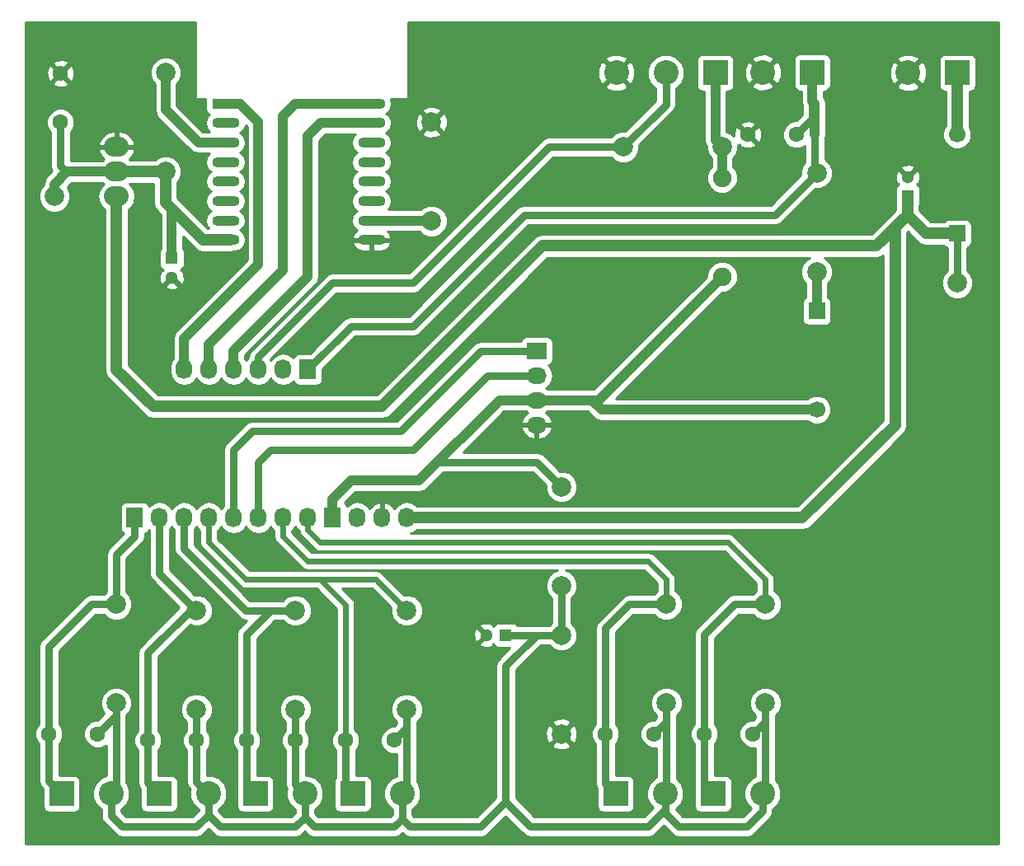
<source format=gbr>
G04 #@! TF.FileFunction,Copper,L2,Bot,Signal*
%FSLAX46Y46*%
G04 Gerber Fmt 4.6, Leading zero omitted, Abs format (unit mm)*
G04 Created by KiCad (PCBNEW 4.0.7-e2-6376~58~ubuntu16.04.1) date Thu Sep  7 17:48:40 2017*
%MOMM*%
%LPD*%
G01*
G04 APERTURE LIST*
%ADD10C,0.100000*%
%ADD11R,2.540000X2.540000*%
%ADD12C,2.540000*%
%ADD13C,1.998980*%
%ADD14R,1.727200X2.032000*%
%ADD15O,1.727200X2.032000*%
%ADD16O,2.540000X2.032000*%
%ADD17R,2.800000X1.100000*%
%ADD18O,2.800000X1.100000*%
%ADD19R,1.300000X1.300000*%
%ADD20C,1.300000*%
%ADD21C,1.699260*%
%ADD22R,1.699260X1.699260*%
%ADD23R,2.032000X1.727200*%
%ADD24O,2.032000X1.727200*%
%ADD25C,1.600000*%
%ADD26C,1.900000*%
%ADD27C,1.000000*%
%ADD28C,0.800000*%
%ADD29C,1.200000*%
%ADD30C,0.600000*%
%ADD31C,0.254000*%
G04 APERTURE END LIST*
D10*
D11*
X160360000Y-123600000D03*
D12*
X165440000Y-123600000D03*
D13*
X165735000Y-114300000D03*
X165735000Y-104140000D03*
D11*
X170540000Y-49500000D03*
D12*
X165460000Y-49500000D03*
D11*
X185465000Y-49525000D03*
D12*
X180385000Y-49525000D03*
D11*
X160580000Y-49525000D03*
D12*
X155500000Y-49525000D03*
X150420000Y-49525000D03*
D14*
X121285000Y-95250000D03*
D15*
X123825000Y-95250000D03*
X126365000Y-95250000D03*
X128905000Y-95250000D03*
D16*
X99100000Y-59700000D03*
X99100000Y-57160000D03*
X99100000Y-62240000D03*
D17*
X110300000Y-52700000D03*
D18*
X110300000Y-54700000D03*
X110300000Y-56700000D03*
X110300000Y-58700000D03*
X110300000Y-60700000D03*
X110300000Y-62700000D03*
X110300000Y-64700000D03*
X110300000Y-66700000D03*
X125300000Y-66700000D03*
X125300000Y-64700000D03*
X125300000Y-62700000D03*
X125300000Y-60700000D03*
X125300000Y-58700000D03*
X125300000Y-56700000D03*
X125300000Y-54700000D03*
X125300000Y-52700000D03*
D19*
X139065000Y-107315000D03*
D20*
X137065000Y-107315000D03*
D19*
X180340000Y-62230000D03*
D20*
X180340000Y-60230000D03*
D19*
X104775000Y-68580000D03*
D20*
X104775000Y-70580000D03*
D21*
X185417460Y-55879480D03*
D22*
X185417460Y-66039480D03*
D21*
X171002540Y-84160520D03*
D22*
X171002540Y-74000520D03*
D11*
X93460000Y-123600000D03*
D12*
X98540000Y-123600000D03*
D11*
X150360000Y-123600000D03*
D12*
X155440000Y-123600000D03*
D11*
X103460000Y-123600000D03*
D12*
X108540000Y-123600000D03*
D11*
X113360000Y-123600000D03*
D12*
X118440000Y-123600000D03*
D11*
X123360000Y-123600000D03*
D12*
X128440000Y-123600000D03*
D14*
X100965000Y-95250000D03*
D15*
X103505000Y-95250000D03*
X106045000Y-95250000D03*
X108585000Y-95250000D03*
X111125000Y-95250000D03*
X113665000Y-95250000D03*
X116205000Y-95250000D03*
X118745000Y-95250000D03*
D23*
X142240000Y-78105000D03*
D24*
X142240000Y-80645000D03*
X142240000Y-83185000D03*
X142240000Y-85725000D03*
D14*
X118745000Y-80010000D03*
D15*
X116205000Y-80010000D03*
X113665000Y-80010000D03*
X111125000Y-80010000D03*
X108585000Y-80010000D03*
X106045000Y-80010000D03*
D13*
X144780000Y-92075000D03*
X144780000Y-102235000D03*
X171000000Y-70000000D03*
X171000000Y-59840000D03*
X144780000Y-107315000D03*
X144780000Y-117475000D03*
X155575000Y-114300000D03*
X155575000Y-104140000D03*
X107315000Y-114935000D03*
X107315000Y-104775000D03*
X117475000Y-114935000D03*
X117475000Y-104775000D03*
X151130000Y-57150000D03*
X161290000Y-57150000D03*
X131445000Y-64770000D03*
X131445000Y-54610000D03*
X104140000Y-59690000D03*
X104140000Y-49530000D03*
X185420000Y-71120000D03*
X92710000Y-62230000D03*
X99060000Y-114300000D03*
X99060000Y-104140000D03*
X128905000Y-114935000D03*
X128905000Y-104775000D03*
D25*
X97155000Y-117475000D03*
X92155000Y-117475000D03*
X154305000Y-117475000D03*
X149305000Y-117475000D03*
X93345000Y-54610000D03*
X93345000Y-49610000D03*
X107315000Y-118110000D03*
X102315000Y-118110000D03*
X164465000Y-117475000D03*
X159465000Y-117475000D03*
X117475000Y-118110000D03*
X112475000Y-118110000D03*
X127635000Y-118110000D03*
X122635000Y-118110000D03*
X168910000Y-55880000D03*
X163910000Y-55880000D03*
D26*
X161290000Y-70485000D03*
X161290000Y-60325000D03*
D27*
X124800000Y-54700000D02*
X120105000Y-54700000D01*
X120105000Y-54700000D02*
X118745000Y-56060000D01*
X111125000Y-78105000D02*
X111125000Y-80010000D01*
X118745000Y-70485000D02*
X111125000Y-78105000D01*
X118745000Y-56060000D02*
X118745000Y-70485000D01*
X124800000Y-52700000D02*
X117480000Y-52700000D01*
X108585000Y-77470000D02*
X108585000Y-80010000D01*
X116205000Y-69850000D02*
X108585000Y-77470000D01*
X116205000Y-53975000D02*
X116205000Y-69850000D01*
X117480000Y-52700000D02*
X116205000Y-53975000D01*
X104140000Y-49530000D02*
X104140000Y-53340000D01*
X107500000Y-56700000D02*
X110800000Y-56700000D01*
X104140000Y-53340000D02*
X107500000Y-56700000D01*
X124800000Y-64700000D02*
X131375000Y-64700000D01*
X131375000Y-64700000D02*
X131445000Y-64770000D01*
D28*
X93345000Y-54610000D02*
X93345000Y-59055000D01*
X93345000Y-59055000D02*
X93990000Y-59700000D01*
X93990000Y-59700000D02*
X99100000Y-59700000D01*
D27*
X99100000Y-59700000D02*
X93990000Y-59700000D01*
X93990000Y-59700000D02*
X92710000Y-60980000D01*
X92710000Y-60980000D02*
X92710000Y-62230000D01*
X104775000Y-68580000D02*
X104775000Y-63500000D01*
X104775000Y-63500000D02*
X104140000Y-62865000D01*
X104140000Y-62865000D02*
X104140000Y-59690000D01*
D29*
X104140000Y-59690000D02*
X104140000Y-62865000D01*
X107975000Y-66700000D02*
X110800000Y-66700000D01*
X104140000Y-62865000D02*
X107975000Y-66700000D01*
X99100000Y-59700000D02*
X104130000Y-59700000D01*
X104130000Y-59700000D02*
X104140000Y-59690000D01*
D27*
X110650000Y-66600000D02*
X110750000Y-66700000D01*
D28*
X110650000Y-66600000D02*
X110750000Y-66700000D01*
D29*
X177163960Y-67310000D02*
X180340000Y-64133960D01*
X142875000Y-67310000D02*
X177163960Y-67310000D01*
X126365000Y-83820000D02*
X142875000Y-67310000D01*
X102870000Y-83820000D02*
X126365000Y-83820000D01*
X180340000Y-64133960D02*
X180340000Y-62230000D01*
X128905000Y-95250000D02*
X169545000Y-95250000D01*
X169545000Y-95250000D02*
X179070000Y-85725000D01*
X179070000Y-85725000D02*
X179070000Y-65403960D01*
X179070000Y-65403960D02*
X180340000Y-64133960D01*
X180340000Y-64133960D02*
X180340000Y-62230000D01*
X180340000Y-64133960D02*
X180340000Y-62230000D01*
X182880000Y-66039480D02*
X182880000Y-66040000D01*
X182880000Y-66040000D02*
X182880000Y-66039480D01*
D28*
X185417460Y-66039480D02*
X185417460Y-71117460D01*
X185417460Y-71117460D02*
X185420000Y-71120000D01*
D29*
X180340000Y-64133960D02*
X180340000Y-62230000D01*
X185417460Y-66039480D02*
X182880000Y-66039480D01*
X182880000Y-66039480D02*
X182245520Y-66039480D01*
X182245520Y-66039480D02*
X180340000Y-64133960D01*
X180340000Y-64133960D02*
X180340000Y-62230000D01*
D27*
X98960000Y-62100000D02*
X99100000Y-62240000D01*
D29*
X99100000Y-62240000D02*
X99100000Y-80050000D01*
X99100000Y-80050000D02*
X102870000Y-83820000D01*
D28*
X121285000Y-95250000D02*
X121285000Y-93345000D01*
X121285000Y-93345000D02*
X123190000Y-91440000D01*
X123190000Y-91440000D02*
X130175000Y-91440000D01*
X130175000Y-91440000D02*
X132080000Y-89535000D01*
X132080000Y-89535000D02*
X142240000Y-89535000D01*
X142240000Y-89535000D02*
X144780000Y-92075000D01*
D27*
X148930520Y-84160520D02*
X171002540Y-84160520D01*
X161290000Y-57150000D02*
X161290000Y-60325000D01*
X148590000Y-83185000D02*
X142240000Y-83185000D01*
X161290000Y-70485000D02*
X148590000Y-83185000D01*
X142240000Y-83185000D02*
X147955000Y-83185000D01*
X147955000Y-83185000D02*
X148930520Y-84160520D01*
X142240000Y-83185000D02*
X138430000Y-83185000D01*
X138430000Y-83185000D02*
X130175000Y-91440000D01*
X130175000Y-91440000D02*
X123190000Y-91440000D01*
X123190000Y-91440000D02*
X121285000Y-93345000D01*
X121285000Y-95250000D02*
X121285000Y-93345000D01*
X121285000Y-93345000D02*
X123190000Y-91440000D01*
X161290000Y-57150000D02*
X161290000Y-57785000D01*
X160580000Y-49525000D02*
X160580000Y-56440000D01*
X160580000Y-56440000D02*
X161290000Y-57150000D01*
D28*
X155500000Y-49525000D02*
X155500000Y-52780000D01*
X155500000Y-52780000D02*
X151130000Y-57150000D01*
X113665000Y-80010000D02*
X113665000Y-78740000D01*
X143510000Y-57150000D02*
X151130000Y-57150000D01*
X129540000Y-71120000D02*
X143510000Y-57150000D01*
X121285000Y-71120000D02*
X129540000Y-71120000D01*
X113665000Y-78740000D02*
X121285000Y-71120000D01*
D27*
X113665000Y-80010000D02*
X113665000Y-79375000D01*
X110800000Y-52700000D02*
X111755000Y-52700000D01*
X111755000Y-52700000D02*
X113665000Y-54610000D01*
X106045000Y-76835000D02*
X106045000Y-80010000D01*
X113665000Y-69215000D02*
X106045000Y-76835000D01*
X113665000Y-54610000D02*
X113665000Y-69215000D01*
D28*
X166705000Y-64135000D02*
X171000000Y-59840000D01*
X140970000Y-64135000D02*
X166705000Y-64135000D01*
X129540000Y-75565000D02*
X140970000Y-64135000D01*
X123190000Y-75565000D02*
X129540000Y-75565000D01*
X118745000Y-80010000D02*
X123190000Y-75565000D01*
X170540000Y-49500000D02*
X170540000Y-54250000D01*
X170540000Y-54250000D02*
X168910000Y-55880000D01*
X170815000Y-55880000D02*
X170815000Y-59655000D01*
X170815000Y-59655000D02*
X171000000Y-59840000D01*
D27*
X170540000Y-49500000D02*
X170540000Y-52430000D01*
X170815000Y-52705000D02*
X170815000Y-55880000D01*
X170540000Y-52430000D02*
X170815000Y-52705000D01*
D29*
X185465000Y-49525000D02*
X185465000Y-55831940D01*
X185465000Y-55831940D02*
X185417460Y-55879480D01*
D28*
X144780000Y-107315000D02*
X142240000Y-107315000D01*
X139065000Y-110490000D02*
X139065000Y-124460000D01*
X142240000Y-107315000D02*
X139065000Y-110490000D01*
X139065000Y-124460000D02*
X136525000Y-127000000D01*
X136525000Y-127000000D02*
X129245000Y-127000000D01*
X129245000Y-127000000D02*
X128440000Y-126195000D01*
X128440000Y-126195000D02*
X128440000Y-123600000D01*
X128905000Y-114935000D02*
X128905000Y-123135000D01*
X128905000Y-123135000D02*
X128440000Y-123600000D01*
X128905000Y-114935000D02*
X128905000Y-116840000D01*
X128905000Y-116840000D02*
X127635000Y-118110000D01*
X117475000Y-118110000D02*
X117475000Y-122635000D01*
X117475000Y-122635000D02*
X118440000Y-123600000D01*
X117475000Y-114935000D02*
X117475000Y-118110000D01*
X107315000Y-118110000D02*
X107315000Y-122375000D01*
X107315000Y-122375000D02*
X108540000Y-123600000D01*
X107315000Y-114935000D02*
X107315000Y-118110000D01*
X144780000Y-102235000D02*
X144780000Y-107315000D01*
X139065000Y-124460000D02*
X141605000Y-127000000D01*
X141605000Y-127000000D02*
X153670000Y-127000000D01*
X153670000Y-127000000D02*
X155440000Y-125230000D01*
X155440000Y-125230000D02*
X155440000Y-123600000D01*
X136525000Y-127000000D02*
X129245000Y-127000000D01*
X139065000Y-124460000D02*
X136525000Y-127000000D01*
X129245000Y-127000000D02*
X128440000Y-126195000D01*
X128440000Y-126195000D02*
X128440000Y-123600000D01*
X128440000Y-123600000D02*
X128440000Y-126195000D01*
X128440000Y-126195000D02*
X129245000Y-127000000D01*
X155440000Y-125595000D02*
X155440000Y-123600000D01*
X118440000Y-123600000D02*
X118440000Y-126060000D01*
X118440000Y-126060000D02*
X119380000Y-127000000D01*
X119380000Y-127000000D02*
X127635000Y-127000000D01*
X127635000Y-127000000D02*
X128440000Y-126195000D01*
X144780000Y-107315000D02*
X139065000Y-107315000D01*
X155440000Y-123600000D02*
X155440000Y-125595000D01*
X165440000Y-125390000D02*
X165440000Y-123600000D01*
X163830000Y-127000000D02*
X165440000Y-125390000D01*
X156845000Y-127000000D02*
X163830000Y-127000000D01*
X155440000Y-125595000D02*
X156845000Y-127000000D01*
X108540000Y-123600000D02*
X108540000Y-125775000D01*
X108540000Y-125775000D02*
X109765000Y-127000000D01*
X109765000Y-127000000D02*
X117475000Y-127000000D01*
X117475000Y-127000000D02*
X118440000Y-126035000D01*
X118440000Y-126035000D02*
X118440000Y-123600000D01*
X98540000Y-123600000D02*
X98540000Y-125845000D01*
X107315000Y-127000000D02*
X108540000Y-125775000D01*
X99695000Y-127000000D02*
X107315000Y-127000000D01*
X98540000Y-125845000D02*
X99695000Y-127000000D01*
X165735000Y-114300000D02*
X165735000Y-116205000D01*
X165735000Y-116205000D02*
X164465000Y-117475000D01*
X155575000Y-114300000D02*
X155575000Y-116205000D01*
X155575000Y-116205000D02*
X154305000Y-117475000D01*
X165735000Y-114300000D02*
X165735000Y-123305000D01*
X165735000Y-123305000D02*
X165440000Y-123600000D01*
X155575000Y-114300000D02*
X155575000Y-123465000D01*
X155575000Y-123465000D02*
X155440000Y-123600000D01*
X128905000Y-123135000D02*
X128440000Y-123600000D01*
X118745000Y-123295000D02*
X118440000Y-123600000D01*
X108585000Y-123555000D02*
X108540000Y-123600000D01*
X99060000Y-114300000D02*
X99060000Y-115570000D01*
X99060000Y-115570000D02*
X97155000Y-117475000D01*
X99060000Y-114300000D02*
X99060000Y-123080000D01*
X99060000Y-123080000D02*
X98540000Y-123600000D01*
D27*
X166000000Y-123040000D02*
X165440000Y-123600000D01*
D28*
X156000000Y-123040000D02*
X155440000Y-123600000D01*
D27*
X108540000Y-123600000D02*
X108540000Y-124505000D01*
X128440000Y-123600000D02*
X128440000Y-123995000D01*
X99000000Y-123140000D02*
X98540000Y-123600000D01*
X109000000Y-123140000D02*
X108540000Y-123600000D01*
X119000000Y-123040000D02*
X118440000Y-123600000D01*
X129000000Y-123040000D02*
X128440000Y-123600000D01*
D28*
X102315000Y-118110000D02*
X102315000Y-122455000D01*
X102315000Y-122455000D02*
X103460000Y-123600000D01*
X107315000Y-104775000D02*
X106680000Y-104775000D01*
X106680000Y-104775000D02*
X102315000Y-109140000D01*
X102315000Y-109140000D02*
X102315000Y-118110000D01*
X103505000Y-100965000D02*
X107315000Y-104775000D01*
X103505000Y-95250000D02*
X103505000Y-100965000D01*
D30*
X165735000Y-101600000D02*
X165735000Y-104140000D01*
X161925000Y-97790000D02*
X165735000Y-101600000D01*
X120015000Y-97790000D02*
X161925000Y-97790000D01*
D28*
X159465000Y-117475000D02*
X159465000Y-122705000D01*
X159465000Y-122705000D02*
X160360000Y-123600000D01*
X165735000Y-104140000D02*
X162560000Y-104140000D01*
X159465000Y-107235000D02*
X159465000Y-117475000D01*
X162560000Y-104140000D02*
X159465000Y-107235000D01*
D27*
X160250000Y-123490000D02*
X160360000Y-123600000D01*
D30*
X118745000Y-95250000D02*
X118745000Y-96520000D01*
X118745000Y-96520000D02*
X120015000Y-97790000D01*
D28*
X112475000Y-118110000D02*
X112475000Y-122715000D01*
X112475000Y-122715000D02*
X113360000Y-123600000D01*
X117475000Y-104775000D02*
X114935000Y-104775000D01*
X112475000Y-107235000D02*
X112475000Y-118110000D01*
X114935000Y-104775000D02*
X112475000Y-107235000D01*
X106045000Y-95250000D02*
X106045000Y-98425000D01*
X112395000Y-104775000D02*
X117475000Y-104775000D01*
X106045000Y-98425000D02*
X112395000Y-104775000D01*
X112475000Y-122715000D02*
X113360000Y-123600000D01*
D30*
X108585000Y-95250000D02*
X108585000Y-97790000D01*
X108585000Y-97790000D02*
X112395000Y-101600000D01*
X112395000Y-101600000D02*
X120015000Y-101600000D01*
X120015000Y-101600000D02*
X122635000Y-104220000D01*
X122635000Y-104220000D02*
X122635000Y-118110000D01*
X125730000Y-101600000D02*
X128905000Y-104775000D01*
X112395000Y-101600000D02*
X125730000Y-101600000D01*
X108585000Y-97790000D02*
X112395000Y-101600000D01*
D28*
X122635000Y-118110000D02*
X122635000Y-122875000D01*
X122635000Y-122875000D02*
X123360000Y-123600000D01*
X108585000Y-95250000D02*
X108585000Y-95885000D01*
X122635000Y-122875000D02*
X123360000Y-123600000D01*
X92155000Y-117475000D02*
X92155000Y-122295000D01*
X92155000Y-122295000D02*
X93460000Y-123600000D01*
X99060000Y-104140000D02*
X96520000Y-104140000D01*
X92155000Y-108505000D02*
X92155000Y-117475000D01*
X96520000Y-104140000D02*
X92155000Y-108505000D01*
X99060000Y-99060000D02*
X99060000Y-104140000D01*
X100965000Y-95250000D02*
X100965000Y-97155000D01*
X100965000Y-97155000D02*
X99060000Y-99060000D01*
D30*
X116205000Y-95250000D02*
X116205000Y-97155000D01*
X155575000Y-101600000D02*
X155575000Y-104140000D01*
X153670000Y-99695000D02*
X155575000Y-101600000D01*
X118745000Y-99695000D02*
X153670000Y-99695000D01*
X116205000Y-97155000D02*
X118745000Y-99695000D01*
D28*
X149305000Y-117475000D02*
X149305000Y-122545000D01*
X149305000Y-122545000D02*
X150360000Y-123600000D01*
X155575000Y-104140000D02*
X151765000Y-104140000D01*
X149305000Y-106600000D02*
X149305000Y-117475000D01*
X151765000Y-104140000D02*
X149305000Y-106600000D01*
D27*
X171000000Y-70000000D02*
X171000000Y-73997980D01*
X171000000Y-73997980D02*
X171002540Y-74000520D01*
D28*
X137160000Y-80645000D02*
X142240000Y-80645000D01*
X129540000Y-88265000D02*
X137160000Y-80645000D01*
X114935000Y-88265000D02*
X129540000Y-88265000D01*
X113665000Y-95250000D02*
X113665000Y-89535000D01*
X113665000Y-89535000D02*
X114935000Y-88265000D01*
X111125000Y-95250000D02*
X111125000Y-88265000D01*
X136525000Y-78105000D02*
X142240000Y-78105000D01*
X128270000Y-86360000D02*
X136525000Y-78105000D01*
X113030000Y-86360000D02*
X128270000Y-86360000D01*
X111125000Y-88265000D02*
X113030000Y-86360000D01*
D27*
X111125000Y-95250000D02*
X111125000Y-94615000D01*
D31*
G36*
X107188000Y-52070000D02*
X107196685Y-52116159D01*
X107223965Y-52158553D01*
X107265590Y-52186994D01*
X107315000Y-52197000D01*
X108252560Y-52197000D01*
X108252560Y-53250000D01*
X108296838Y-53485317D01*
X108435910Y-53701441D01*
X108622162Y-53828701D01*
X108572210Y-53862078D01*
X108315335Y-54246520D01*
X108225132Y-54700000D01*
X108315335Y-55153480D01*
X108572210Y-55537922D01*
X108612735Y-55565000D01*
X107970133Y-55565000D01*
X105275000Y-52869868D01*
X105275000Y-50706484D01*
X105524846Y-50457073D01*
X105774206Y-49856547D01*
X105774774Y-49206306D01*
X105526462Y-48605345D01*
X105067073Y-48145154D01*
X104466547Y-47895794D01*
X103816306Y-47895226D01*
X103215345Y-48143538D01*
X102755154Y-48602927D01*
X102505794Y-49203453D01*
X102505226Y-49853694D01*
X102753538Y-50454655D01*
X103005000Y-50706556D01*
X103005000Y-53340000D01*
X103091397Y-53774346D01*
X103144569Y-53853923D01*
X103337434Y-54142566D01*
X106697434Y-57502567D01*
X107065655Y-57748604D01*
X107500000Y-57835000D01*
X108612735Y-57835000D01*
X108572210Y-57862078D01*
X108315335Y-58246520D01*
X108225132Y-58700000D01*
X108315335Y-59153480D01*
X108572210Y-59537922D01*
X108814778Y-59700000D01*
X108572210Y-59862078D01*
X108315335Y-60246520D01*
X108225132Y-60700000D01*
X108315335Y-61153480D01*
X108572210Y-61537922D01*
X108814778Y-61700000D01*
X108572210Y-61862078D01*
X108315335Y-62246520D01*
X108225132Y-62700000D01*
X108315335Y-63153480D01*
X108572210Y-63537922D01*
X108814778Y-63700000D01*
X108572210Y-63862078D01*
X108315335Y-64246520D01*
X108225132Y-64700000D01*
X108315335Y-65153480D01*
X108523485Y-65465000D01*
X108486554Y-65465000D01*
X105375000Y-62353446D01*
X105375000Y-60766658D01*
X105524846Y-60617073D01*
X105774206Y-60016547D01*
X105774774Y-59366306D01*
X105526462Y-58765345D01*
X105067073Y-58305154D01*
X104466547Y-58055794D01*
X103816306Y-58055226D01*
X103215345Y-58303538D01*
X103053601Y-58465000D01*
X100457633Y-58465000D01*
X100384219Y-58415946D01*
X100611236Y-58237630D01*
X100927926Y-57674477D01*
X100959975Y-57542944D01*
X100840836Y-57287000D01*
X99227000Y-57287000D01*
X99227000Y-57307000D01*
X98973000Y-57307000D01*
X98973000Y-57287000D01*
X97359164Y-57287000D01*
X97240025Y-57542944D01*
X97272074Y-57674477D01*
X97588764Y-58237630D01*
X97815781Y-58415946D01*
X97641246Y-58532567D01*
X97619575Y-58565000D01*
X94380000Y-58565000D01*
X94380000Y-56777056D01*
X97240025Y-56777056D01*
X97359164Y-57033000D01*
X98973000Y-57033000D01*
X98973000Y-55509000D01*
X99227000Y-55509000D01*
X99227000Y-57033000D01*
X100840836Y-57033000D01*
X100959975Y-56777056D01*
X100927926Y-56645523D01*
X100611236Y-56082370D01*
X100103143Y-55683276D01*
X99481000Y-55509000D01*
X99227000Y-55509000D01*
X98973000Y-55509000D01*
X98719000Y-55509000D01*
X98096857Y-55683276D01*
X97588764Y-56082370D01*
X97272074Y-56645523D01*
X97240025Y-56777056D01*
X94380000Y-56777056D01*
X94380000Y-55604432D01*
X94560824Y-55423923D01*
X94779750Y-54896691D01*
X94780248Y-54325813D01*
X94562243Y-53798200D01*
X94158923Y-53394176D01*
X93631691Y-53175250D01*
X93060813Y-53174752D01*
X92533200Y-53392757D01*
X92129176Y-53796077D01*
X91910250Y-54323309D01*
X91909752Y-54894187D01*
X92127757Y-55421800D01*
X92310000Y-55604361D01*
X92310000Y-59054995D01*
X92309999Y-59055000D01*
X92388785Y-59451077D01*
X92486920Y-59597948D01*
X91907434Y-60177434D01*
X91661397Y-60545654D01*
X91575000Y-60980000D01*
X91575000Y-61053516D01*
X91325154Y-61302927D01*
X91075794Y-61903453D01*
X91075226Y-62553694D01*
X91323538Y-63154655D01*
X91782927Y-63614846D01*
X92383453Y-63864206D01*
X93033694Y-63864774D01*
X93634655Y-63616462D01*
X94094846Y-63157073D01*
X94344206Y-62556547D01*
X94344774Y-61906306D01*
X94096462Y-61305345D01*
X94043171Y-61251961D01*
X94460132Y-60835000D01*
X97619575Y-60835000D01*
X97641246Y-60867433D01*
X97794748Y-60970000D01*
X97641246Y-61072567D01*
X97283354Y-61608190D01*
X97157679Y-62240000D01*
X97283354Y-62871810D01*
X97641246Y-63407433D01*
X97865000Y-63556941D01*
X97865000Y-80050000D01*
X97959009Y-80522614D01*
X98226723Y-80923277D01*
X101996723Y-84693277D01*
X102397386Y-84960991D01*
X102870000Y-85055000D01*
X126365000Y-85055000D01*
X126837614Y-84960991D01*
X127238277Y-84693277D01*
X143386554Y-68545000D01*
X170241220Y-68545000D01*
X170075345Y-68613538D01*
X169615154Y-69072927D01*
X169365794Y-69673453D01*
X169365226Y-70323694D01*
X169613538Y-70924655D01*
X169865000Y-71176556D01*
X169865000Y-72581571D01*
X169701469Y-72686800D01*
X169556479Y-72899000D01*
X169505470Y-73150890D01*
X169505470Y-74850150D01*
X169549748Y-75085467D01*
X169688820Y-75301591D01*
X169901020Y-75446581D01*
X170152910Y-75497590D01*
X171852170Y-75497590D01*
X172087487Y-75453312D01*
X172303611Y-75314240D01*
X172448601Y-75102040D01*
X172499610Y-74850150D01*
X172499610Y-73150890D01*
X172455332Y-72915573D01*
X172316260Y-72699449D01*
X172135000Y-72575599D01*
X172135000Y-71176484D01*
X172384846Y-70927073D01*
X172634206Y-70326547D01*
X172634774Y-69676306D01*
X172386462Y-69075345D01*
X171927073Y-68615154D01*
X171758123Y-68545000D01*
X177163960Y-68545000D01*
X177636574Y-68450991D01*
X177835000Y-68318407D01*
X177835000Y-85213446D01*
X169033446Y-94015000D01*
X129970961Y-94015000D01*
X129964670Y-94005585D01*
X129478489Y-93680729D01*
X128905000Y-93566655D01*
X128331511Y-93680729D01*
X127845330Y-94005585D01*
X127638539Y-94315069D01*
X127267036Y-93899268D01*
X126739791Y-93645291D01*
X126724026Y-93642642D01*
X126492000Y-93763783D01*
X126492000Y-95123000D01*
X126512000Y-95123000D01*
X126512000Y-95377000D01*
X126492000Y-95377000D01*
X126492000Y-95397000D01*
X126238000Y-95397000D01*
X126238000Y-95377000D01*
X126218000Y-95377000D01*
X126218000Y-95123000D01*
X126238000Y-95123000D01*
X126238000Y-93763783D01*
X126005974Y-93642642D01*
X125990209Y-93645291D01*
X125462964Y-93899268D01*
X125091461Y-94315069D01*
X124884670Y-94005585D01*
X124398489Y-93680729D01*
X123825000Y-93566655D01*
X123251511Y-93680729D01*
X122765330Y-94005585D01*
X122755757Y-94019913D01*
X122751762Y-93998683D01*
X122612690Y-93782559D01*
X122517567Y-93717565D01*
X123660132Y-92575000D01*
X130175000Y-92575000D01*
X130609346Y-92488603D01*
X130977566Y-92242566D01*
X132650132Y-90570000D01*
X141811288Y-90570000D01*
X143145658Y-91904369D01*
X143145226Y-92398694D01*
X143393538Y-92999655D01*
X143852927Y-93459846D01*
X144453453Y-93709206D01*
X145103694Y-93709774D01*
X145704655Y-93461462D01*
X146164846Y-93002073D01*
X146414206Y-92401547D01*
X146414774Y-91751306D01*
X146166462Y-91150345D01*
X145707073Y-90690154D01*
X145106547Y-90440794D01*
X144609071Y-90440359D01*
X142971856Y-88803144D01*
X142636077Y-88578785D01*
X142240000Y-88499999D01*
X142239995Y-88500000D01*
X134720132Y-88500000D01*
X137136106Y-86084026D01*
X140632642Y-86084026D01*
X140635291Y-86099791D01*
X140889268Y-86627036D01*
X141325680Y-87016954D01*
X141878087Y-87210184D01*
X142113000Y-87065924D01*
X142113000Y-85852000D01*
X142367000Y-85852000D01*
X142367000Y-87065924D01*
X142601913Y-87210184D01*
X143154320Y-87016954D01*
X143590732Y-86627036D01*
X143844709Y-86099791D01*
X143847358Y-86084026D01*
X143726217Y-85852000D01*
X142367000Y-85852000D01*
X142113000Y-85852000D01*
X140753783Y-85852000D01*
X140632642Y-86084026D01*
X137136106Y-86084026D01*
X138900132Y-84320000D01*
X141108324Y-84320000D01*
X141305069Y-84451461D01*
X140889268Y-84822964D01*
X140635291Y-85350209D01*
X140632642Y-85365974D01*
X140753783Y-85598000D01*
X142113000Y-85598000D01*
X142113000Y-85578000D01*
X142367000Y-85578000D01*
X142367000Y-85598000D01*
X143726217Y-85598000D01*
X143847358Y-85365974D01*
X143844709Y-85350209D01*
X143590732Y-84822964D01*
X143174931Y-84451461D01*
X143371676Y-84320000D01*
X147484868Y-84320000D01*
X148127954Y-84963086D01*
X148496175Y-85209124D01*
X148930520Y-85295520D01*
X170037806Y-85295520D01*
X170160466Y-85418394D01*
X170705933Y-85644892D01*
X171296556Y-85645408D01*
X171842417Y-85419862D01*
X172260414Y-85002594D01*
X172486912Y-84457127D01*
X172487428Y-83866504D01*
X172261882Y-83320643D01*
X171844614Y-82902646D01*
X171299147Y-82676148D01*
X170708524Y-82675632D01*
X170162663Y-82901178D01*
X170038104Y-83025520D01*
X150354612Y-83025520D01*
X161310114Y-72070018D01*
X161603893Y-72070275D01*
X162186657Y-71829481D01*
X162632914Y-71384003D01*
X162874724Y-70801659D01*
X162875275Y-70171107D01*
X162634481Y-69588343D01*
X162189003Y-69142086D01*
X161606659Y-68900276D01*
X160976107Y-68899725D01*
X160393343Y-69140519D01*
X159947086Y-69585997D01*
X159705276Y-70168341D01*
X159705017Y-70464851D01*
X148119868Y-82050000D01*
X143371676Y-82050000D01*
X143169634Y-81915000D01*
X143484415Y-81704670D01*
X143809271Y-81218489D01*
X143923345Y-80645000D01*
X143809271Y-80071511D01*
X143484415Y-79585330D01*
X143470087Y-79575757D01*
X143491317Y-79571762D01*
X143707441Y-79432690D01*
X143852431Y-79220490D01*
X143903440Y-78968600D01*
X143903440Y-77241400D01*
X143859162Y-77006083D01*
X143720090Y-76789959D01*
X143507890Y-76644969D01*
X143256000Y-76593960D01*
X141224000Y-76593960D01*
X140988683Y-76638238D01*
X140772559Y-76777310D01*
X140627569Y-76989510D01*
X140611269Y-77070000D01*
X136525005Y-77070000D01*
X136525000Y-77069999D01*
X136128923Y-77148785D01*
X135793144Y-77373144D01*
X135793142Y-77373147D01*
X127841288Y-85325000D01*
X113030005Y-85325000D01*
X113030000Y-85324999D01*
X112633923Y-85403785D01*
X112298144Y-85628144D01*
X112298142Y-85628147D01*
X110393144Y-87533144D01*
X110168785Y-87868923D01*
X110089999Y-88265000D01*
X110090000Y-88265005D01*
X110090000Y-93989101D01*
X110065330Y-94005585D01*
X109855000Y-94320366D01*
X109644670Y-94005585D01*
X109158489Y-93680729D01*
X108585000Y-93566655D01*
X108011511Y-93680729D01*
X107525330Y-94005585D01*
X107315000Y-94320366D01*
X107104670Y-94005585D01*
X106618489Y-93680729D01*
X106045000Y-93566655D01*
X105471511Y-93680729D01*
X104985330Y-94005585D01*
X104775000Y-94320366D01*
X104564670Y-94005585D01*
X104078489Y-93680729D01*
X103505000Y-93566655D01*
X102931511Y-93680729D01*
X102445330Y-94005585D01*
X102435757Y-94019913D01*
X102431762Y-93998683D01*
X102292690Y-93782559D01*
X102080490Y-93637569D01*
X101828600Y-93586560D01*
X100101400Y-93586560D01*
X99866083Y-93630838D01*
X99649959Y-93769910D01*
X99504969Y-93982110D01*
X99453960Y-94234000D01*
X99453960Y-96266000D01*
X99498238Y-96501317D01*
X99637310Y-96717441D01*
X99816448Y-96839841D01*
X98328144Y-98328144D01*
X98103785Y-98663923D01*
X98024999Y-99060000D01*
X98025000Y-99060005D01*
X98025000Y-102863691D01*
X97783269Y-103105000D01*
X96520005Y-103105000D01*
X96520000Y-103104999D01*
X96123922Y-103183785D01*
X95989429Y-103273651D01*
X95788144Y-103408144D01*
X95788142Y-103408147D01*
X91423144Y-107773144D01*
X91198785Y-108108923D01*
X91119999Y-108505000D01*
X91120000Y-108505005D01*
X91120000Y-116480568D01*
X90939176Y-116661077D01*
X90720250Y-117188309D01*
X90719752Y-117759187D01*
X90937757Y-118286800D01*
X91120000Y-118469361D01*
X91120000Y-122294995D01*
X91119999Y-122295000D01*
X91198785Y-122691077D01*
X91423144Y-123026856D01*
X91542560Y-123146272D01*
X91542560Y-124870000D01*
X91586838Y-125105317D01*
X91725910Y-125321441D01*
X91938110Y-125466431D01*
X92190000Y-125517440D01*
X94730000Y-125517440D01*
X94965317Y-125473162D01*
X95181441Y-125334090D01*
X95326431Y-125121890D01*
X95377440Y-124870000D01*
X95377440Y-122330000D01*
X95333162Y-122094683D01*
X95194090Y-121878559D01*
X94981890Y-121733569D01*
X94730000Y-121682560D01*
X93190000Y-121682560D01*
X93190000Y-118469432D01*
X93370824Y-118288923D01*
X93589750Y-117761691D01*
X93590248Y-117190813D01*
X93372243Y-116663200D01*
X93190000Y-116480639D01*
X93190000Y-108933712D01*
X96948711Y-105175000D01*
X97783691Y-105175000D01*
X98132927Y-105524846D01*
X98733453Y-105774206D01*
X99383694Y-105774774D01*
X99984655Y-105526462D01*
X100444846Y-105067073D01*
X100694206Y-104466547D01*
X100694774Y-103816306D01*
X100446462Y-103215345D01*
X100095000Y-102863269D01*
X100095000Y-99488712D01*
X101696853Y-97886858D01*
X101696856Y-97886856D01*
X101921215Y-97551077D01*
X101953256Y-97389999D01*
X102000001Y-97155000D01*
X102000000Y-97154995D01*
X102000000Y-96881189D01*
X102063917Y-96869162D01*
X102280041Y-96730090D01*
X102425031Y-96517890D01*
X102433400Y-96476561D01*
X102445330Y-96494415D01*
X102470000Y-96510899D01*
X102470000Y-100964995D01*
X102469999Y-100965000D01*
X102548785Y-101361077D01*
X102773144Y-101696856D01*
X105533789Y-104457500D01*
X101583144Y-108408144D01*
X101358785Y-108743923D01*
X101279999Y-109140000D01*
X101280000Y-109140005D01*
X101280000Y-117115568D01*
X101099176Y-117296077D01*
X100880250Y-117823309D01*
X100879752Y-118394187D01*
X101097757Y-118921800D01*
X101280000Y-119104361D01*
X101280000Y-122454995D01*
X101279999Y-122455000D01*
X101358785Y-122851077D01*
X101542560Y-123126117D01*
X101542560Y-124870000D01*
X101586838Y-125105317D01*
X101725910Y-125321441D01*
X101938110Y-125466431D01*
X102190000Y-125517440D01*
X104730000Y-125517440D01*
X104965317Y-125473162D01*
X105181441Y-125334090D01*
X105326431Y-125121890D01*
X105377440Y-124870000D01*
X105377440Y-122330000D01*
X105333162Y-122094683D01*
X105194090Y-121878559D01*
X104981890Y-121733569D01*
X104730000Y-121682560D01*
X103350000Y-121682560D01*
X103350000Y-119104432D01*
X103530824Y-118923923D01*
X103749750Y-118396691D01*
X103750248Y-117825813D01*
X103532243Y-117298200D01*
X103350000Y-117115639D01*
X103350000Y-109568712D01*
X106650030Y-106268681D01*
X106988453Y-106409206D01*
X107638694Y-106409774D01*
X108239655Y-106161462D01*
X108699846Y-105702073D01*
X108949206Y-105101547D01*
X108949774Y-104451306D01*
X108701462Y-103850345D01*
X108242073Y-103390154D01*
X107641547Y-103140794D01*
X107144071Y-103140359D01*
X104540000Y-100536288D01*
X104540000Y-96510899D01*
X104564670Y-96494415D01*
X104775000Y-96179634D01*
X104985330Y-96494415D01*
X105010000Y-96510899D01*
X105010000Y-98424995D01*
X105009999Y-98425000D01*
X105088785Y-98821077D01*
X105313144Y-99156856D01*
X111663142Y-105506853D01*
X111663144Y-105506856D01*
X111951690Y-105699655D01*
X111998923Y-105731215D01*
X112395000Y-105810001D01*
X112395005Y-105810000D01*
X112436288Y-105810000D01*
X111743144Y-106503144D01*
X111518785Y-106838923D01*
X111439999Y-107235000D01*
X111440000Y-107235005D01*
X111440000Y-117115568D01*
X111259176Y-117296077D01*
X111040250Y-117823309D01*
X111039752Y-118394187D01*
X111257757Y-118921800D01*
X111440000Y-119104361D01*
X111440000Y-122714995D01*
X111439999Y-122715000D01*
X111442560Y-122727875D01*
X111442560Y-124870000D01*
X111486838Y-125105317D01*
X111625910Y-125321441D01*
X111838110Y-125466431D01*
X112090000Y-125517440D01*
X114630000Y-125517440D01*
X114865317Y-125473162D01*
X115081441Y-125334090D01*
X115226431Y-125121890D01*
X115277440Y-124870000D01*
X115277440Y-122330000D01*
X115233162Y-122094683D01*
X115094090Y-121878559D01*
X114881890Y-121733569D01*
X114630000Y-121682560D01*
X113510000Y-121682560D01*
X113510000Y-119104432D01*
X113690824Y-118923923D01*
X113909750Y-118396691D01*
X113910248Y-117825813D01*
X113692243Y-117298200D01*
X113510000Y-117115639D01*
X113510000Y-107663712D01*
X115363711Y-105810000D01*
X116198691Y-105810000D01*
X116547927Y-106159846D01*
X117148453Y-106409206D01*
X117798694Y-106409774D01*
X118399655Y-106161462D01*
X118859846Y-105702073D01*
X119109206Y-105101547D01*
X119109774Y-104451306D01*
X118861462Y-103850345D01*
X118402073Y-103390154D01*
X117801547Y-103140794D01*
X117151306Y-103140226D01*
X116550345Y-103388538D01*
X116198269Y-103740000D01*
X112823711Y-103740000D01*
X107080000Y-97996288D01*
X107080000Y-96510899D01*
X107104670Y-96494415D01*
X107315000Y-96179634D01*
X107525330Y-96494415D01*
X107650000Y-96577717D01*
X107650000Y-97790000D01*
X107721173Y-98147809D01*
X107923855Y-98451145D01*
X111733855Y-102261145D01*
X112037191Y-102463827D01*
X112395000Y-102535000D01*
X119627710Y-102535000D01*
X121700000Y-104607290D01*
X121700000Y-117015742D01*
X121419176Y-117296077D01*
X121200250Y-117823309D01*
X121199752Y-118394187D01*
X121417757Y-118921800D01*
X121600000Y-119104361D01*
X121600000Y-121922343D01*
X121493569Y-122078110D01*
X121442560Y-122330000D01*
X121442560Y-124870000D01*
X121486838Y-125105317D01*
X121625910Y-125321441D01*
X121838110Y-125466431D01*
X122090000Y-125517440D01*
X124630000Y-125517440D01*
X124865317Y-125473162D01*
X125081441Y-125334090D01*
X125226431Y-125121890D01*
X125277440Y-124870000D01*
X125277440Y-122330000D01*
X125233162Y-122094683D01*
X125094090Y-121878559D01*
X124881890Y-121733569D01*
X124630000Y-121682560D01*
X123670000Y-121682560D01*
X123670000Y-119104432D01*
X123850824Y-118923923D01*
X124069750Y-118396691D01*
X124070248Y-117825813D01*
X123852243Y-117298200D01*
X123570000Y-117015464D01*
X123570000Y-107134078D01*
X135767378Y-107134078D01*
X135796917Y-107644428D01*
X135935389Y-107978729D01*
X136165984Y-108034410D01*
X136885395Y-107315000D01*
X136165984Y-106595590D01*
X135935389Y-106651271D01*
X135767378Y-107134078D01*
X123570000Y-107134078D01*
X123570000Y-104220005D01*
X123570001Y-104220000D01*
X123498827Y-103862192D01*
X123498827Y-103862191D01*
X123296145Y-103558855D01*
X122272290Y-102535000D01*
X125342710Y-102535000D01*
X127270781Y-104463071D01*
X127270226Y-105098694D01*
X127518538Y-105699655D01*
X127977927Y-106159846D01*
X128578453Y-106409206D01*
X129228694Y-106409774D01*
X129829655Y-106161462D01*
X130289846Y-105702073D01*
X130539206Y-105101547D01*
X130539774Y-104451306D01*
X130291462Y-103850345D01*
X129832073Y-103390154D01*
X129231547Y-103140794D01*
X128592526Y-103140236D01*
X126391145Y-100938855D01*
X126087809Y-100736173D01*
X125730000Y-100665000D01*
X112782290Y-100665000D01*
X109520000Y-97402710D01*
X109520000Y-96577717D01*
X109644670Y-96494415D01*
X109855000Y-96179634D01*
X110065330Y-96494415D01*
X110551511Y-96819271D01*
X111125000Y-96933345D01*
X111698489Y-96819271D01*
X112184670Y-96494415D01*
X112395000Y-96179634D01*
X112605330Y-96494415D01*
X113091511Y-96819271D01*
X113665000Y-96933345D01*
X114238489Y-96819271D01*
X114724670Y-96494415D01*
X114935000Y-96179634D01*
X115145330Y-96494415D01*
X115270000Y-96577717D01*
X115270000Y-97155000D01*
X115341173Y-97512809D01*
X115543855Y-97816145D01*
X118083855Y-100356145D01*
X118387191Y-100558827D01*
X118745000Y-100630000D01*
X144384247Y-100630000D01*
X143855345Y-100848538D01*
X143395154Y-101307927D01*
X143145794Y-101908453D01*
X143145226Y-102558694D01*
X143393538Y-103159655D01*
X143745000Y-103511731D01*
X143745000Y-106038691D01*
X143503269Y-106280000D01*
X142240005Y-106280000D01*
X142240000Y-106279999D01*
X142239995Y-106280000D01*
X140221844Y-106280000D01*
X140179090Y-106213559D01*
X139966890Y-106068569D01*
X139715000Y-106017560D01*
X138415000Y-106017560D01*
X138179683Y-106061838D01*
X137963559Y-106200910D01*
X137886063Y-106314329D01*
X137784410Y-106415982D01*
X137728729Y-106185389D01*
X137245922Y-106017378D01*
X136735572Y-106046917D01*
X136401271Y-106185389D01*
X136345590Y-106415984D01*
X137065000Y-107135395D01*
X137079142Y-107121252D01*
X137258748Y-107300858D01*
X137244605Y-107315000D01*
X137258748Y-107329142D01*
X137079142Y-107508748D01*
X137065000Y-107494605D01*
X136345590Y-108214016D01*
X136401271Y-108444611D01*
X136884078Y-108612622D01*
X137394428Y-108583083D01*
X137728729Y-108444611D01*
X137784410Y-108214018D01*
X137886072Y-108315680D01*
X137950910Y-108416441D01*
X138163110Y-108561431D01*
X138415000Y-108612440D01*
X139478848Y-108612440D01*
X138333144Y-109758144D01*
X138108785Y-110093923D01*
X138029999Y-110490000D01*
X138030000Y-110490005D01*
X138030000Y-124031289D01*
X136096288Y-125965000D01*
X129673711Y-125965000D01*
X129475000Y-125766288D01*
X129475000Y-125233559D01*
X129517686Y-125215922D01*
X130054039Y-124680505D01*
X130344668Y-123980590D01*
X130345330Y-123222735D01*
X130055922Y-122522314D01*
X129940000Y-122406189D01*
X129940000Y-116840005D01*
X129940001Y-116840000D01*
X129940000Y-116839995D01*
X129940000Y-116211309D01*
X130289846Y-115862073D01*
X130539206Y-115261547D01*
X130539774Y-114611306D01*
X130291462Y-114010345D01*
X129832073Y-113550154D01*
X129231547Y-113300794D01*
X128581306Y-113300226D01*
X127980345Y-113548538D01*
X127520154Y-114007927D01*
X127270794Y-114608453D01*
X127270226Y-115258694D01*
X127518538Y-115859655D01*
X127870000Y-116211731D01*
X127870000Y-116411289D01*
X127606314Y-116674975D01*
X127350813Y-116674752D01*
X126823200Y-116892757D01*
X126419176Y-117296077D01*
X126200250Y-117823309D01*
X126199752Y-118394187D01*
X126417757Y-118921800D01*
X126821077Y-119325824D01*
X127348309Y-119544750D01*
X127870000Y-119545205D01*
X127870000Y-121774306D01*
X127362314Y-121984078D01*
X126825961Y-122519495D01*
X126535332Y-123219410D01*
X126534670Y-123977265D01*
X126824078Y-124677686D01*
X127359495Y-125214039D01*
X127405000Y-125232934D01*
X127405000Y-125766289D01*
X127206288Y-125965000D01*
X119808711Y-125965000D01*
X119475000Y-125631288D01*
X119475000Y-125233559D01*
X119517686Y-125215922D01*
X120054039Y-124680505D01*
X120344668Y-123980590D01*
X120345330Y-123222735D01*
X120055922Y-122522314D01*
X119865375Y-122331434D01*
X119802566Y-122237434D01*
X119709388Y-122175174D01*
X119520505Y-121985961D01*
X118820590Y-121695332D01*
X118510000Y-121695061D01*
X118510000Y-119104432D01*
X118690824Y-118923923D01*
X118909750Y-118396691D01*
X118910248Y-117825813D01*
X118692243Y-117298200D01*
X118510000Y-117115639D01*
X118510000Y-116211309D01*
X118859846Y-115862073D01*
X119109206Y-115261547D01*
X119109774Y-114611306D01*
X118861462Y-114010345D01*
X118402073Y-113550154D01*
X117801547Y-113300794D01*
X117151306Y-113300226D01*
X116550345Y-113548538D01*
X116090154Y-114007927D01*
X115840794Y-114608453D01*
X115840226Y-115258694D01*
X116088538Y-115859655D01*
X116440000Y-116211731D01*
X116440000Y-117115568D01*
X116259176Y-117296077D01*
X116040250Y-117823309D01*
X116039752Y-118394187D01*
X116257757Y-118921800D01*
X116440000Y-119104361D01*
X116440000Y-122634995D01*
X116439999Y-122635000D01*
X116518785Y-123031077D01*
X116577220Y-123118532D01*
X116535332Y-123219410D01*
X116534670Y-123977265D01*
X116824078Y-124677686D01*
X117359495Y-125214039D01*
X117405000Y-125232934D01*
X117405000Y-125606289D01*
X117046288Y-125965000D01*
X110193711Y-125965000D01*
X109575000Y-125346288D01*
X109575000Y-125233559D01*
X109617686Y-125215922D01*
X110154039Y-124680505D01*
X110444668Y-123980590D01*
X110445330Y-123222735D01*
X110155922Y-122522314D01*
X109620505Y-121985961D01*
X108920590Y-121695332D01*
X108350000Y-121694834D01*
X108350000Y-119104432D01*
X108530824Y-118923923D01*
X108749750Y-118396691D01*
X108750248Y-117825813D01*
X108532243Y-117298200D01*
X108350000Y-117115639D01*
X108350000Y-116211309D01*
X108699846Y-115862073D01*
X108949206Y-115261547D01*
X108949774Y-114611306D01*
X108701462Y-114010345D01*
X108242073Y-113550154D01*
X107641547Y-113300794D01*
X106991306Y-113300226D01*
X106390345Y-113548538D01*
X105930154Y-114007927D01*
X105680794Y-114608453D01*
X105680226Y-115258694D01*
X105928538Y-115859655D01*
X106280000Y-116211731D01*
X106280000Y-117115568D01*
X106099176Y-117296077D01*
X105880250Y-117823309D01*
X105879752Y-118394187D01*
X106097757Y-118921800D01*
X106280000Y-119104361D01*
X106280000Y-122374995D01*
X106279999Y-122375000D01*
X106358785Y-122771077D01*
X106583144Y-123106856D01*
X106653044Y-123176756D01*
X106635332Y-123219410D01*
X106634670Y-123977265D01*
X106924078Y-124677686D01*
X107459495Y-125214039D01*
X107505000Y-125232934D01*
X107505000Y-125346289D01*
X106886288Y-125965000D01*
X100123711Y-125965000D01*
X99575000Y-125416288D01*
X99575000Y-125233559D01*
X99617686Y-125215922D01*
X100154039Y-124680505D01*
X100444668Y-123980590D01*
X100445330Y-123222735D01*
X100155922Y-122522314D01*
X100095000Y-122461285D01*
X100095000Y-115576309D01*
X100444846Y-115227073D01*
X100694206Y-114626547D01*
X100694774Y-113976306D01*
X100446462Y-113375345D01*
X99987073Y-112915154D01*
X99386547Y-112665794D01*
X98736306Y-112665226D01*
X98135345Y-112913538D01*
X97675154Y-113372927D01*
X97425794Y-113973453D01*
X97425226Y-114623694D01*
X97673538Y-115224655D01*
X97807469Y-115358820D01*
X97126313Y-116039975D01*
X96870813Y-116039752D01*
X96343200Y-116257757D01*
X95939176Y-116661077D01*
X95720250Y-117188309D01*
X95719752Y-117759187D01*
X95937757Y-118286800D01*
X96341077Y-118690824D01*
X96868309Y-118909750D01*
X97439187Y-118910248D01*
X97966800Y-118692243D01*
X98025000Y-118634144D01*
X98025000Y-121751581D01*
X97462314Y-121984078D01*
X96925961Y-122519495D01*
X96635332Y-123219410D01*
X96634670Y-123977265D01*
X96924078Y-124677686D01*
X97459495Y-125214039D01*
X97505000Y-125232934D01*
X97505000Y-125844995D01*
X97504999Y-125845000D01*
X97583785Y-126241077D01*
X97808144Y-126576856D01*
X98963142Y-127731853D01*
X98963144Y-127731856D01*
X99298923Y-127956215D01*
X99695000Y-128035001D01*
X99695005Y-128035000D01*
X107314995Y-128035000D01*
X107315000Y-128035001D01*
X107711077Y-127956215D01*
X108046856Y-127731856D01*
X108540000Y-127238712D01*
X109033142Y-127731853D01*
X109033144Y-127731856D01*
X109368923Y-127956215D01*
X109765000Y-128035001D01*
X109765005Y-128035000D01*
X117474995Y-128035000D01*
X117475000Y-128035001D01*
X117871077Y-127956215D01*
X118206856Y-127731856D01*
X118427500Y-127511212D01*
X118648142Y-127731853D01*
X118648144Y-127731856D01*
X118983923Y-127956215D01*
X119380000Y-128035001D01*
X119380005Y-128035000D01*
X127634995Y-128035000D01*
X127635000Y-128035001D01*
X128031077Y-127956215D01*
X128366856Y-127731856D01*
X128440000Y-127658712D01*
X128513142Y-127731853D01*
X128513144Y-127731856D01*
X128848923Y-127956215D01*
X129245000Y-128035001D01*
X129245005Y-128035000D01*
X136524995Y-128035000D01*
X136525000Y-128035001D01*
X136921077Y-127956215D01*
X137256856Y-127731856D01*
X139065000Y-125923711D01*
X140873142Y-127731853D01*
X140873144Y-127731856D01*
X141074429Y-127866349D01*
X141208922Y-127956215D01*
X141605000Y-128035000D01*
X153669995Y-128035000D01*
X153670000Y-128035001D01*
X154066077Y-127956215D01*
X154401856Y-127731856D01*
X155257500Y-126876212D01*
X156113142Y-127731853D01*
X156113144Y-127731856D01*
X156448923Y-127956215D01*
X156845000Y-128035001D01*
X156845005Y-128035000D01*
X163829995Y-128035000D01*
X163830000Y-128035001D01*
X164226077Y-127956215D01*
X164561856Y-127731856D01*
X166171853Y-126121858D01*
X166171856Y-126121856D01*
X166396215Y-125786077D01*
X166425486Y-125638923D01*
X166475001Y-125390000D01*
X166475000Y-125389995D01*
X166475000Y-125233559D01*
X166517686Y-125215922D01*
X167054039Y-124680505D01*
X167344668Y-123980590D01*
X167345330Y-123222735D01*
X167055922Y-122522314D01*
X166865375Y-122331434D01*
X166802566Y-122237434D01*
X166770000Y-122215674D01*
X166770000Y-116205005D01*
X166770001Y-116205000D01*
X166770000Y-116204995D01*
X166770000Y-115576309D01*
X167119846Y-115227073D01*
X167369206Y-114626547D01*
X167369774Y-113976306D01*
X167121462Y-113375345D01*
X166662073Y-112915154D01*
X166061547Y-112665794D01*
X165411306Y-112665226D01*
X164810345Y-112913538D01*
X164350154Y-113372927D01*
X164100794Y-113973453D01*
X164100226Y-114623694D01*
X164348538Y-115224655D01*
X164700000Y-115576731D01*
X164700000Y-115776289D01*
X164436314Y-116039975D01*
X164180813Y-116039752D01*
X163653200Y-116257757D01*
X163249176Y-116661077D01*
X163030250Y-117188309D01*
X163029752Y-117759187D01*
X163247757Y-118286800D01*
X163651077Y-118690824D01*
X164178309Y-118909750D01*
X164700000Y-118910205D01*
X164700000Y-121844549D01*
X164362314Y-121984078D01*
X163825961Y-122519495D01*
X163535332Y-123219410D01*
X163534670Y-123977265D01*
X163824078Y-124677686D01*
X164255963Y-125110326D01*
X163401288Y-125965000D01*
X157273711Y-125965000D01*
X156521163Y-125212451D01*
X157054039Y-124680505D01*
X157344668Y-123980590D01*
X157345330Y-123222735D01*
X157055922Y-122522314D01*
X156610000Y-122075612D01*
X156610000Y-116205005D01*
X156610001Y-116205000D01*
X156610000Y-116204995D01*
X156610000Y-115576309D01*
X156959846Y-115227073D01*
X157209206Y-114626547D01*
X157209774Y-113976306D01*
X156961462Y-113375345D01*
X156502073Y-112915154D01*
X155901547Y-112665794D01*
X155251306Y-112665226D01*
X154650345Y-112913538D01*
X154190154Y-113372927D01*
X153940794Y-113973453D01*
X153940226Y-114623694D01*
X154188538Y-115224655D01*
X154540000Y-115576731D01*
X154540000Y-115776289D01*
X154276314Y-116039975D01*
X154020813Y-116039752D01*
X153493200Y-116257757D01*
X153089176Y-116661077D01*
X152870250Y-117188309D01*
X152869752Y-117759187D01*
X153087757Y-118286800D01*
X153491077Y-118690824D01*
X154018309Y-118909750D01*
X154540000Y-118910205D01*
X154540000Y-121910660D01*
X154362314Y-121984078D01*
X153825961Y-122519495D01*
X153535332Y-123219410D01*
X153534670Y-123977265D01*
X153824078Y-124677686D01*
X154176032Y-125030256D01*
X153241288Y-125965000D01*
X142033711Y-125965000D01*
X140100000Y-124031288D01*
X140100000Y-118627163D01*
X143807443Y-118627163D01*
X143906042Y-118893965D01*
X144515582Y-119120401D01*
X145165377Y-119096341D01*
X145653958Y-118893965D01*
X145752557Y-118627163D01*
X144780000Y-117654605D01*
X143807443Y-118627163D01*
X140100000Y-118627163D01*
X140100000Y-117210582D01*
X143134599Y-117210582D01*
X143158659Y-117860377D01*
X143361035Y-118348958D01*
X143627837Y-118447557D01*
X144600395Y-117475000D01*
X144959605Y-117475000D01*
X145932163Y-118447557D01*
X146198965Y-118348958D01*
X146425401Y-117739418D01*
X146401341Y-117089623D01*
X146198965Y-116601042D01*
X145932163Y-116502443D01*
X144959605Y-117475000D01*
X144600395Y-117475000D01*
X143627837Y-116502443D01*
X143361035Y-116601042D01*
X143134599Y-117210582D01*
X140100000Y-117210582D01*
X140100000Y-116322837D01*
X143807443Y-116322837D01*
X144780000Y-117295395D01*
X145752557Y-116322837D01*
X145653958Y-116056035D01*
X145044418Y-115829599D01*
X144394623Y-115853659D01*
X143906042Y-116056035D01*
X143807443Y-116322837D01*
X140100000Y-116322837D01*
X140100000Y-110918712D01*
X142668711Y-108350000D01*
X143503691Y-108350000D01*
X143852927Y-108699846D01*
X144453453Y-108949206D01*
X145103694Y-108949774D01*
X145704655Y-108701462D01*
X146164846Y-108242073D01*
X146414206Y-107641547D01*
X146414774Y-106991306D01*
X146166462Y-106390345D01*
X145815000Y-106038269D01*
X145815000Y-103511309D01*
X146164846Y-103162073D01*
X146414206Y-102561547D01*
X146414774Y-101911306D01*
X146166462Y-101310345D01*
X145707073Y-100850154D01*
X145176883Y-100630000D01*
X153282710Y-100630000D01*
X154640000Y-101987290D01*
X154640000Y-102763865D01*
X154298269Y-103105000D01*
X151765000Y-103105000D01*
X151368922Y-103183785D01*
X151234429Y-103273651D01*
X151033144Y-103408144D01*
X151033142Y-103408147D01*
X148573144Y-105868144D01*
X148348785Y-106203923D01*
X148269999Y-106600000D01*
X148270000Y-106600005D01*
X148270000Y-116480568D01*
X148089176Y-116661077D01*
X147870250Y-117188309D01*
X147869752Y-117759187D01*
X148087757Y-118286800D01*
X148270000Y-118469361D01*
X148270000Y-122544995D01*
X148269999Y-122545000D01*
X148348785Y-122941077D01*
X148442560Y-123081422D01*
X148442560Y-124870000D01*
X148486838Y-125105317D01*
X148625910Y-125321441D01*
X148838110Y-125466431D01*
X149090000Y-125517440D01*
X151630000Y-125517440D01*
X151865317Y-125473162D01*
X152081441Y-125334090D01*
X152226431Y-125121890D01*
X152277440Y-124870000D01*
X152277440Y-122330000D01*
X152233162Y-122094683D01*
X152094090Y-121878559D01*
X151881890Y-121733569D01*
X151630000Y-121682560D01*
X150340000Y-121682560D01*
X150340000Y-118469432D01*
X150520824Y-118288923D01*
X150739750Y-117761691D01*
X150740248Y-117190813D01*
X150522243Y-116663200D01*
X150340000Y-116480639D01*
X150340000Y-107028712D01*
X152193711Y-105175000D01*
X154298691Y-105175000D01*
X154647927Y-105524846D01*
X155248453Y-105774206D01*
X155898694Y-105774774D01*
X156499655Y-105526462D01*
X156959846Y-105067073D01*
X157209206Y-104466547D01*
X157209774Y-103816306D01*
X156961462Y-103215345D01*
X156510000Y-102763095D01*
X156510000Y-101600000D01*
X156438827Y-101242191D01*
X156236145Y-100938855D01*
X154331145Y-99033855D01*
X154027809Y-98831173D01*
X153670000Y-98760000D01*
X119132290Y-98760000D01*
X117140000Y-96767710D01*
X117140000Y-96577717D01*
X117264670Y-96494415D01*
X117475000Y-96179634D01*
X117685330Y-96494415D01*
X117823240Y-96586564D01*
X117881173Y-96877809D01*
X118083855Y-97181145D01*
X119353855Y-98451145D01*
X119657191Y-98653827D01*
X120015000Y-98725000D01*
X161537710Y-98725000D01*
X164800000Y-101987290D01*
X164800000Y-102763865D01*
X164458269Y-103105000D01*
X162560005Y-103105000D01*
X162560000Y-103104999D01*
X162163923Y-103183785D01*
X161828144Y-103408144D01*
X158733144Y-106503144D01*
X158508785Y-106838923D01*
X158429999Y-107235000D01*
X158430000Y-107235005D01*
X158430000Y-116480568D01*
X158249176Y-116661077D01*
X158030250Y-117188309D01*
X158029752Y-117759187D01*
X158247757Y-118286800D01*
X158430000Y-118469361D01*
X158430000Y-122704995D01*
X158429999Y-122705000D01*
X158442560Y-122768147D01*
X158442560Y-124870000D01*
X158486838Y-125105317D01*
X158625910Y-125321441D01*
X158838110Y-125466431D01*
X159090000Y-125517440D01*
X161630000Y-125517440D01*
X161865317Y-125473162D01*
X162081441Y-125334090D01*
X162226431Y-125121890D01*
X162277440Y-124870000D01*
X162277440Y-122330000D01*
X162233162Y-122094683D01*
X162094090Y-121878559D01*
X161881890Y-121733569D01*
X161630000Y-121682560D01*
X160500000Y-121682560D01*
X160500000Y-118469432D01*
X160680824Y-118288923D01*
X160899750Y-117761691D01*
X160900248Y-117190813D01*
X160682243Y-116663200D01*
X160500000Y-116480639D01*
X160500000Y-107663712D01*
X162988712Y-105175000D01*
X164458691Y-105175000D01*
X164807927Y-105524846D01*
X165408453Y-105774206D01*
X166058694Y-105774774D01*
X166659655Y-105526462D01*
X167119846Y-105067073D01*
X167369206Y-104466547D01*
X167369774Y-103816306D01*
X167121462Y-103215345D01*
X166670000Y-102763095D01*
X166670000Y-101600000D01*
X166598827Y-101242191D01*
X166396145Y-100938855D01*
X162586145Y-97128855D01*
X162282809Y-96926173D01*
X161925000Y-96855000D01*
X129298867Y-96855000D01*
X129478489Y-96819271D01*
X129964670Y-96494415D01*
X129970961Y-96485000D01*
X169545000Y-96485000D01*
X170017614Y-96390991D01*
X170418277Y-96123277D01*
X179943277Y-86598277D01*
X180210991Y-86197614D01*
X180305000Y-85725000D01*
X180305000Y-65915514D01*
X180340000Y-65880514D01*
X181372243Y-66912757D01*
X181772906Y-67180471D01*
X182245520Y-67274480D01*
X182877386Y-67274480D01*
X182880000Y-67275000D01*
X182882614Y-67274480D01*
X184061224Y-67274480D01*
X184103740Y-67340551D01*
X184315940Y-67485541D01*
X184382460Y-67499012D01*
X184382460Y-69846226D01*
X184035154Y-70192927D01*
X183785794Y-70793453D01*
X183785226Y-71443694D01*
X184033538Y-72044655D01*
X184492927Y-72504846D01*
X185093453Y-72754206D01*
X185743694Y-72754774D01*
X186344655Y-72506462D01*
X186804846Y-72047073D01*
X187054206Y-71446547D01*
X187054774Y-70796306D01*
X186806462Y-70195345D01*
X186452460Y-69840725D01*
X186452460Y-67501670D01*
X186502407Y-67492272D01*
X186718531Y-67353200D01*
X186863521Y-67141000D01*
X186914530Y-66889110D01*
X186914530Y-65189850D01*
X186870252Y-64954533D01*
X186731180Y-64738409D01*
X186518980Y-64593419D01*
X186267090Y-64542410D01*
X184567830Y-64542410D01*
X184332513Y-64586688D01*
X184116389Y-64725760D01*
X184062602Y-64804480D01*
X182757074Y-64804480D01*
X181575000Y-63622406D01*
X181575000Y-63148620D01*
X181586431Y-63131890D01*
X181637440Y-62880000D01*
X181637440Y-61580000D01*
X181593162Y-61344683D01*
X181454090Y-61128559D01*
X181340671Y-61051063D01*
X181239018Y-60949410D01*
X181469611Y-60893729D01*
X181637622Y-60410922D01*
X181608083Y-59900572D01*
X181469611Y-59566271D01*
X181239016Y-59510590D01*
X180519605Y-60230000D01*
X180533748Y-60244142D01*
X180354142Y-60423748D01*
X180340000Y-60409605D01*
X180325858Y-60423748D01*
X180146252Y-60244142D01*
X180160395Y-60230000D01*
X179440984Y-59510590D01*
X179210389Y-59566271D01*
X179042378Y-60049078D01*
X179071917Y-60559428D01*
X179210389Y-60893729D01*
X179440982Y-60949410D01*
X179339320Y-61051072D01*
X179238559Y-61115910D01*
X179093569Y-61328110D01*
X179042560Y-61580000D01*
X179042560Y-62880000D01*
X179086838Y-63115317D01*
X179105000Y-63143542D01*
X179105000Y-63622406D01*
X176652406Y-66075000D01*
X142875000Y-66075000D01*
X142402386Y-66169009D01*
X142001723Y-66436723D01*
X125853446Y-82585000D01*
X103381554Y-82585000D01*
X100335000Y-79538446D01*
X100335000Y-71479016D01*
X104055590Y-71479016D01*
X104111271Y-71709611D01*
X104594078Y-71877622D01*
X105104428Y-71848083D01*
X105438729Y-71709611D01*
X105494410Y-71479016D01*
X104775000Y-70759605D01*
X104055590Y-71479016D01*
X100335000Y-71479016D01*
X100335000Y-63556941D01*
X100558754Y-63407433D01*
X100916646Y-62871810D01*
X101042321Y-62240000D01*
X100916646Y-61608190D01*
X100558754Y-61072567D01*
X100405252Y-60970000D01*
X100457633Y-60935000D01*
X102905000Y-60935000D01*
X102905000Y-62865000D01*
X102999009Y-63337614D01*
X103266723Y-63738277D01*
X103640000Y-64111554D01*
X103640000Y-67515025D01*
X103528569Y-67678110D01*
X103477560Y-67930000D01*
X103477560Y-69230000D01*
X103521838Y-69465317D01*
X103660910Y-69681441D01*
X103774329Y-69758937D01*
X103875982Y-69860590D01*
X103645389Y-69916271D01*
X103477378Y-70399078D01*
X103506917Y-70909428D01*
X103645389Y-71243729D01*
X103875984Y-71299410D01*
X104595395Y-70580000D01*
X104581252Y-70565858D01*
X104760858Y-70386252D01*
X104775000Y-70400395D01*
X104789142Y-70386252D01*
X104968748Y-70565858D01*
X104954605Y-70580000D01*
X105674016Y-71299410D01*
X105904611Y-71243729D01*
X106072622Y-70760922D01*
X106043083Y-70250572D01*
X105904611Y-69916271D01*
X105674018Y-69860590D01*
X105775680Y-69758928D01*
X105876441Y-69694090D01*
X106021431Y-69481890D01*
X106072440Y-69230000D01*
X106072440Y-67930000D01*
X106028162Y-67694683D01*
X105910000Y-67511054D01*
X105910000Y-66381554D01*
X107101723Y-67573277D01*
X107502386Y-67840991D01*
X107975000Y-67935000D01*
X110800000Y-67935000D01*
X111051366Y-67885000D01*
X111189868Y-67885000D01*
X111643348Y-67794797D01*
X112027790Y-67537922D01*
X112284665Y-67153480D01*
X112374868Y-66700000D01*
X112284665Y-66246520D01*
X112027790Y-65862078D01*
X111785222Y-65700000D01*
X112027790Y-65537922D01*
X112284665Y-65153480D01*
X112374868Y-64700000D01*
X112284665Y-64246520D01*
X112027790Y-63862078D01*
X111785222Y-63700000D01*
X112027790Y-63537922D01*
X112284665Y-63153480D01*
X112374868Y-62700000D01*
X112284665Y-62246520D01*
X112027790Y-61862078D01*
X111785222Y-61700000D01*
X112027790Y-61537922D01*
X112284665Y-61153480D01*
X112374868Y-60700000D01*
X112284665Y-60246520D01*
X112027790Y-59862078D01*
X111785222Y-59700000D01*
X112027790Y-59537922D01*
X112284665Y-59153480D01*
X112374868Y-58700000D01*
X112284665Y-58246520D01*
X112027790Y-57862078D01*
X111785222Y-57700000D01*
X112027790Y-57537922D01*
X112284665Y-57153480D01*
X112374868Y-56700000D01*
X112284665Y-56246520D01*
X112027790Y-55862078D01*
X111785222Y-55700000D01*
X112027790Y-55537922D01*
X112284665Y-55153480D01*
X112337538Y-54887670D01*
X112530000Y-55080132D01*
X112530000Y-68744868D01*
X105242434Y-76032434D01*
X104996397Y-76400654D01*
X104910000Y-76835000D01*
X104910000Y-78878324D01*
X104660474Y-79251766D01*
X104546400Y-79825255D01*
X104546400Y-80194745D01*
X104660474Y-80768234D01*
X104985330Y-81254415D01*
X105471511Y-81579271D01*
X106045000Y-81693345D01*
X106618489Y-81579271D01*
X107104670Y-81254415D01*
X107315000Y-80939634D01*
X107525330Y-81254415D01*
X108011511Y-81579271D01*
X108585000Y-81693345D01*
X109158489Y-81579271D01*
X109644670Y-81254415D01*
X109855000Y-80939634D01*
X110065330Y-81254415D01*
X110551511Y-81579271D01*
X111125000Y-81693345D01*
X111698489Y-81579271D01*
X112184670Y-81254415D01*
X112395000Y-80939634D01*
X112605330Y-81254415D01*
X113091511Y-81579271D01*
X113665000Y-81693345D01*
X114238489Y-81579271D01*
X114724670Y-81254415D01*
X114935000Y-80939634D01*
X115145330Y-81254415D01*
X115631511Y-81579271D01*
X116205000Y-81693345D01*
X116778489Y-81579271D01*
X117264670Y-81254415D01*
X117274243Y-81240087D01*
X117278238Y-81261317D01*
X117417310Y-81477441D01*
X117629510Y-81622431D01*
X117881400Y-81673440D01*
X119608600Y-81673440D01*
X119843917Y-81629162D01*
X120060041Y-81490090D01*
X120205031Y-81277890D01*
X120256040Y-81026000D01*
X120256040Y-79962672D01*
X123618711Y-76600000D01*
X129539995Y-76600000D01*
X129540000Y-76600001D01*
X129936077Y-76521215D01*
X130271856Y-76296856D01*
X141398712Y-65170000D01*
X166704995Y-65170000D01*
X166705000Y-65170001D01*
X167101077Y-65091215D01*
X167436856Y-64866856D01*
X170829369Y-61474342D01*
X171323694Y-61474774D01*
X171924655Y-61226462D01*
X172384846Y-60767073D01*
X172634206Y-60166547D01*
X172634774Y-59516306D01*
X172558201Y-59330984D01*
X179620590Y-59330984D01*
X180340000Y-60050395D01*
X181059410Y-59330984D01*
X181003729Y-59100389D01*
X180520922Y-58932378D01*
X180010572Y-58961917D01*
X179676271Y-59100389D01*
X179620590Y-59330984D01*
X172558201Y-59330984D01*
X172386462Y-58915345D01*
X171927073Y-58455154D01*
X171850000Y-58423151D01*
X171850000Y-56334704D01*
X171863603Y-56314346D01*
X171950000Y-55880000D01*
X171950000Y-52705000D01*
X171863603Y-52270654D01*
X171675000Y-51988390D01*
X171675000Y-51417440D01*
X171810000Y-51417440D01*
X172045317Y-51373162D01*
X172261441Y-51234090D01*
X172406431Y-51021890D01*
X172436627Y-50872777D01*
X179216828Y-50872777D01*
X179348520Y-51167657D01*
X180056036Y-51439261D01*
X180813632Y-51419436D01*
X181421480Y-51167657D01*
X181553172Y-50872777D01*
X180385000Y-49704605D01*
X179216828Y-50872777D01*
X172436627Y-50872777D01*
X172457440Y-50770000D01*
X172457440Y-49196036D01*
X178470739Y-49196036D01*
X178490564Y-49953632D01*
X178742343Y-50561480D01*
X179037223Y-50693172D01*
X180205395Y-49525000D01*
X180564605Y-49525000D01*
X181732777Y-50693172D01*
X182027657Y-50561480D01*
X182299261Y-49853964D01*
X182279436Y-49096368D01*
X182027657Y-48488520D01*
X181732777Y-48356828D01*
X180564605Y-49525000D01*
X180205395Y-49525000D01*
X179037223Y-48356828D01*
X178742343Y-48488520D01*
X178470739Y-49196036D01*
X172457440Y-49196036D01*
X172457440Y-48230000D01*
X172447510Y-48177223D01*
X179216828Y-48177223D01*
X180385000Y-49345395D01*
X181475395Y-48255000D01*
X183547560Y-48255000D01*
X183547560Y-50795000D01*
X183591838Y-51030317D01*
X183730910Y-51246441D01*
X183943110Y-51391431D01*
X184195000Y-51442440D01*
X184230000Y-51442440D01*
X184230000Y-54967115D01*
X184159586Y-55037406D01*
X183933088Y-55582873D01*
X183932572Y-56173496D01*
X184158118Y-56719357D01*
X184575386Y-57137354D01*
X185120853Y-57363852D01*
X185711476Y-57364368D01*
X186257337Y-57138822D01*
X186675334Y-56721554D01*
X186901832Y-56176087D01*
X186902348Y-55585464D01*
X186700000Y-55095746D01*
X186700000Y-51442440D01*
X186735000Y-51442440D01*
X186970317Y-51398162D01*
X187186441Y-51259090D01*
X187331431Y-51046890D01*
X187382440Y-50795000D01*
X187382440Y-48255000D01*
X187338162Y-48019683D01*
X187199090Y-47803559D01*
X186986890Y-47658569D01*
X186735000Y-47607560D01*
X184195000Y-47607560D01*
X183959683Y-47651838D01*
X183743559Y-47790910D01*
X183598569Y-48003110D01*
X183547560Y-48255000D01*
X181475395Y-48255000D01*
X181553172Y-48177223D01*
X181421480Y-47882343D01*
X180713964Y-47610739D01*
X179956368Y-47630564D01*
X179348520Y-47882343D01*
X179216828Y-48177223D01*
X172447510Y-48177223D01*
X172413162Y-47994683D01*
X172274090Y-47778559D01*
X172061890Y-47633569D01*
X171810000Y-47582560D01*
X169270000Y-47582560D01*
X169034683Y-47626838D01*
X168818559Y-47765910D01*
X168673569Y-47978110D01*
X168622560Y-48230000D01*
X168622560Y-50770000D01*
X168666838Y-51005317D01*
X168805910Y-51221441D01*
X169018110Y-51366431D01*
X169270000Y-51417440D01*
X169405000Y-51417440D01*
X169405000Y-52430000D01*
X169491397Y-52864346D01*
X169505000Y-52884704D01*
X169505000Y-53821289D01*
X168881314Y-54444975D01*
X168625813Y-54444752D01*
X168098200Y-54662757D01*
X167694176Y-55066077D01*
X167475250Y-55593309D01*
X167474752Y-56164187D01*
X167692757Y-56691800D01*
X168096077Y-57095824D01*
X168623309Y-57314750D01*
X169194187Y-57315248D01*
X169721800Y-57097243D01*
X169780000Y-57039144D01*
X169780000Y-58748368D01*
X169615154Y-58912927D01*
X169365794Y-59513453D01*
X169365359Y-60010929D01*
X166276288Y-63100000D01*
X140970005Y-63100000D01*
X140970000Y-63099999D01*
X140573923Y-63178785D01*
X140238144Y-63403144D01*
X129111288Y-74530000D01*
X123190000Y-74530000D01*
X122793922Y-74608785D01*
X122659429Y-74698651D01*
X122458144Y-74833144D01*
X122458142Y-74833147D01*
X118944728Y-78346560D01*
X117881400Y-78346560D01*
X117646083Y-78390838D01*
X117429959Y-78529910D01*
X117284969Y-78742110D01*
X117276600Y-78783439D01*
X117264670Y-78765585D01*
X116778489Y-78440729D01*
X116205000Y-78326655D01*
X115631511Y-78440729D01*
X115145330Y-78765585D01*
X114935000Y-79080366D01*
X114876259Y-78992453D01*
X121713711Y-72155000D01*
X129539995Y-72155000D01*
X129540000Y-72155001D01*
X129936077Y-72076215D01*
X130271856Y-71851856D01*
X143938711Y-58185000D01*
X149853691Y-58185000D01*
X150202927Y-58534846D01*
X150803453Y-58784206D01*
X151453694Y-58784774D01*
X152054655Y-58536462D01*
X152514846Y-58077073D01*
X152764206Y-57476547D01*
X152764641Y-56979071D01*
X156231853Y-53511858D01*
X156231856Y-53511856D01*
X156406822Y-53250000D01*
X156456215Y-53176078D01*
X156535000Y-52780000D01*
X156535000Y-51158559D01*
X156577686Y-51140922D01*
X157114039Y-50605505D01*
X157404668Y-49905590D01*
X157405330Y-49147735D01*
X157115922Y-48447314D01*
X156923944Y-48255000D01*
X158662560Y-48255000D01*
X158662560Y-50795000D01*
X158706838Y-51030317D01*
X158845910Y-51246441D01*
X159058110Y-51391431D01*
X159310000Y-51442440D01*
X159445000Y-51442440D01*
X159445000Y-56440000D01*
X159531397Y-56874346D01*
X159655587Y-57060210D01*
X159655226Y-57473694D01*
X159903538Y-58074655D01*
X160155000Y-58326556D01*
X160155000Y-59218446D01*
X159947086Y-59425997D01*
X159705276Y-60008341D01*
X159704725Y-60638893D01*
X159945519Y-61221657D01*
X160390997Y-61667914D01*
X160973341Y-61909724D01*
X161603893Y-61910275D01*
X162186657Y-61669481D01*
X162632914Y-61224003D01*
X162874724Y-60641659D01*
X162875275Y-60011107D01*
X162634481Y-59428343D01*
X162425000Y-59218496D01*
X162425000Y-58326484D01*
X162674846Y-58077073D01*
X162924206Y-57476547D01*
X162924657Y-56960293D01*
X162966986Y-57002622D01*
X163081861Y-56887747D01*
X163155995Y-57133864D01*
X163693223Y-57326965D01*
X164263454Y-57299778D01*
X164664005Y-57133864D01*
X164738139Y-56887745D01*
X163910000Y-56059605D01*
X163895858Y-56073748D01*
X163716252Y-55894142D01*
X163730395Y-55880000D01*
X164089605Y-55880000D01*
X164917745Y-56708139D01*
X165163864Y-56634005D01*
X165356965Y-56096777D01*
X165329778Y-55526546D01*
X165163864Y-55125995D01*
X164917745Y-55051861D01*
X164089605Y-55880000D01*
X163730395Y-55880000D01*
X162902255Y-55051861D01*
X162656136Y-55125995D01*
X162463035Y-55663223D01*
X162480475Y-56029016D01*
X162217073Y-55765154D01*
X161715000Y-55556675D01*
X161715000Y-54872255D01*
X163081861Y-54872255D01*
X163910000Y-55700395D01*
X164738139Y-54872255D01*
X164664005Y-54626136D01*
X164126777Y-54433035D01*
X163556546Y-54460222D01*
X163155995Y-54626136D01*
X163081861Y-54872255D01*
X161715000Y-54872255D01*
X161715000Y-51442440D01*
X161850000Y-51442440D01*
X162085317Y-51398162D01*
X162301441Y-51259090D01*
X162446431Y-51046890D01*
X162486752Y-50847777D01*
X164291828Y-50847777D01*
X164423520Y-51142657D01*
X165131036Y-51414261D01*
X165888632Y-51394436D01*
X166496480Y-51142657D01*
X166628172Y-50847777D01*
X165460000Y-49679605D01*
X164291828Y-50847777D01*
X162486752Y-50847777D01*
X162497440Y-50795000D01*
X162497440Y-49171036D01*
X163545739Y-49171036D01*
X163565564Y-49928632D01*
X163817343Y-50536480D01*
X164112223Y-50668172D01*
X165280395Y-49500000D01*
X165639605Y-49500000D01*
X166807777Y-50668172D01*
X167102657Y-50536480D01*
X167374261Y-49828964D01*
X167354436Y-49071368D01*
X167102657Y-48463520D01*
X166807777Y-48331828D01*
X165639605Y-49500000D01*
X165280395Y-49500000D01*
X164112223Y-48331828D01*
X163817343Y-48463520D01*
X163545739Y-49171036D01*
X162497440Y-49171036D01*
X162497440Y-48255000D01*
X162478102Y-48152223D01*
X164291828Y-48152223D01*
X165460000Y-49320395D01*
X166628172Y-48152223D01*
X166496480Y-47857343D01*
X165788964Y-47585739D01*
X165031368Y-47605564D01*
X164423520Y-47857343D01*
X164291828Y-48152223D01*
X162478102Y-48152223D01*
X162453162Y-48019683D01*
X162314090Y-47803559D01*
X162101890Y-47658569D01*
X161850000Y-47607560D01*
X159310000Y-47607560D01*
X159074683Y-47651838D01*
X158858559Y-47790910D01*
X158713569Y-48003110D01*
X158662560Y-48255000D01*
X156923944Y-48255000D01*
X156580505Y-47910961D01*
X155880590Y-47620332D01*
X155122735Y-47619670D01*
X154422314Y-47909078D01*
X153885961Y-48444495D01*
X153595332Y-49144410D01*
X153594670Y-49902265D01*
X153884078Y-50602686D01*
X154419495Y-51139039D01*
X154465000Y-51157934D01*
X154465000Y-52351289D01*
X151300630Y-55515658D01*
X150806306Y-55515226D01*
X150205345Y-55763538D01*
X149853269Y-56115000D01*
X143510000Y-56115000D01*
X143113922Y-56193785D01*
X142979429Y-56283651D01*
X142778144Y-56418144D01*
X142778142Y-56418147D01*
X129111288Y-70085000D01*
X121285000Y-70085000D01*
X120888922Y-70163785D01*
X120759036Y-70250572D01*
X120553144Y-70388144D01*
X120553142Y-70388147D01*
X112933144Y-78008144D01*
X112708785Y-78343923D01*
X112629999Y-78740000D01*
X112630000Y-78740005D01*
X112630000Y-78749101D01*
X112605330Y-78765585D01*
X112395000Y-79080366D01*
X112260000Y-78878324D01*
X112260000Y-78575132D01*
X119547566Y-71287566D01*
X119793603Y-70919346D01*
X119817012Y-70801659D01*
X119880000Y-70485000D01*
X119880000Y-67009744D01*
X123306197Y-67009744D01*
X123306602Y-67036146D01*
X123522276Y-67448118D01*
X123879187Y-67746196D01*
X124323000Y-67885000D01*
X125173000Y-67885000D01*
X125173000Y-66827000D01*
X125427000Y-66827000D01*
X125427000Y-67885000D01*
X126277000Y-67885000D01*
X126720813Y-67746196D01*
X127077724Y-67448118D01*
X127293398Y-67036146D01*
X127293803Y-67009744D01*
X127168361Y-66827000D01*
X125427000Y-66827000D01*
X125173000Y-66827000D01*
X123431639Y-66827000D01*
X123306197Y-67009744D01*
X119880000Y-67009744D01*
X119880000Y-56530132D01*
X120575133Y-55835000D01*
X123612735Y-55835000D01*
X123572210Y-55862078D01*
X123315335Y-56246520D01*
X123225132Y-56700000D01*
X123315335Y-57153480D01*
X123572210Y-57537922D01*
X123814778Y-57700000D01*
X123572210Y-57862078D01*
X123315335Y-58246520D01*
X123225132Y-58700000D01*
X123315335Y-59153480D01*
X123572210Y-59537922D01*
X123814778Y-59700000D01*
X123572210Y-59862078D01*
X123315335Y-60246520D01*
X123225132Y-60700000D01*
X123315335Y-61153480D01*
X123572210Y-61537922D01*
X123814778Y-61700000D01*
X123572210Y-61862078D01*
X123315335Y-62246520D01*
X123225132Y-62700000D01*
X123315335Y-63153480D01*
X123572210Y-63537922D01*
X123814778Y-63700000D01*
X123572210Y-63862078D01*
X123315335Y-64246520D01*
X123225132Y-64700000D01*
X123315335Y-65153480D01*
X123572210Y-65537922D01*
X123819831Y-65703376D01*
X123522276Y-65951882D01*
X123306602Y-66363854D01*
X123306197Y-66390256D01*
X123431639Y-66573000D01*
X125173000Y-66573000D01*
X125173000Y-66553000D01*
X125427000Y-66553000D01*
X125427000Y-66573000D01*
X127168361Y-66573000D01*
X127293803Y-66390256D01*
X127293398Y-66363854D01*
X127077724Y-65951882D01*
X126937772Y-65835000D01*
X130198638Y-65835000D01*
X130517927Y-66154846D01*
X131118453Y-66404206D01*
X131768694Y-66404774D01*
X132369655Y-66156462D01*
X132829846Y-65697073D01*
X133079206Y-65096547D01*
X133079774Y-64446306D01*
X132831462Y-63845345D01*
X132372073Y-63385154D01*
X131771547Y-63135794D01*
X131121306Y-63135226D01*
X130520345Y-63383538D01*
X130338566Y-63565000D01*
X126987265Y-63565000D01*
X127027790Y-63537922D01*
X127284665Y-63153480D01*
X127374868Y-62700000D01*
X127284665Y-62246520D01*
X127027790Y-61862078D01*
X126785222Y-61700000D01*
X127027790Y-61537922D01*
X127284665Y-61153480D01*
X127374868Y-60700000D01*
X127284665Y-60246520D01*
X127027790Y-59862078D01*
X126785222Y-59700000D01*
X127027790Y-59537922D01*
X127284665Y-59153480D01*
X127374868Y-58700000D01*
X127284665Y-58246520D01*
X127027790Y-57862078D01*
X126785222Y-57700000D01*
X127027790Y-57537922D01*
X127284665Y-57153480D01*
X127374868Y-56700000D01*
X127284665Y-56246520D01*
X127027790Y-55862078D01*
X126878256Y-55762163D01*
X130472443Y-55762163D01*
X130571042Y-56028965D01*
X131180582Y-56255401D01*
X131830377Y-56231341D01*
X132318958Y-56028965D01*
X132417557Y-55762163D01*
X131445000Y-54789605D01*
X130472443Y-55762163D01*
X126878256Y-55762163D01*
X126785222Y-55700000D01*
X127027790Y-55537922D01*
X127284665Y-55153480D01*
X127374868Y-54700000D01*
X127304370Y-54345582D01*
X129799599Y-54345582D01*
X129823659Y-54995377D01*
X130026035Y-55483958D01*
X130292837Y-55582557D01*
X131265395Y-54610000D01*
X131624605Y-54610000D01*
X132597163Y-55582557D01*
X132863965Y-55483958D01*
X133090401Y-54874418D01*
X133066341Y-54224623D01*
X132863965Y-53736042D01*
X132597163Y-53637443D01*
X131624605Y-54610000D01*
X131265395Y-54610000D01*
X130292837Y-53637443D01*
X130026035Y-53736042D01*
X129799599Y-54345582D01*
X127304370Y-54345582D01*
X127284665Y-54246520D01*
X127027790Y-53862078D01*
X126785222Y-53700000D01*
X127027790Y-53537922D01*
X127081300Y-53457837D01*
X130472443Y-53457837D01*
X131445000Y-54430395D01*
X132417557Y-53457837D01*
X132318958Y-53191035D01*
X131709418Y-52964599D01*
X131059623Y-52988659D01*
X130571042Y-53191035D01*
X130472443Y-53457837D01*
X127081300Y-53457837D01*
X127284665Y-53153480D01*
X127374868Y-52700000D01*
X127284665Y-52246520D01*
X127251577Y-52197000D01*
X128905000Y-52197000D01*
X128951159Y-52188315D01*
X128993553Y-52161035D01*
X129021994Y-52119410D01*
X129032000Y-52070000D01*
X129032000Y-50872777D01*
X149251828Y-50872777D01*
X149383520Y-51167657D01*
X150091036Y-51439261D01*
X150848632Y-51419436D01*
X151456480Y-51167657D01*
X151588172Y-50872777D01*
X150420000Y-49704605D01*
X149251828Y-50872777D01*
X129032000Y-50872777D01*
X129032000Y-49196036D01*
X148505739Y-49196036D01*
X148525564Y-49953632D01*
X148777343Y-50561480D01*
X149072223Y-50693172D01*
X150240395Y-49525000D01*
X150599605Y-49525000D01*
X151767777Y-50693172D01*
X152062657Y-50561480D01*
X152334261Y-49853964D01*
X152314436Y-49096368D01*
X152062657Y-48488520D01*
X151767777Y-48356828D01*
X150599605Y-49525000D01*
X150240395Y-49525000D01*
X149072223Y-48356828D01*
X148777343Y-48488520D01*
X148505739Y-49196036D01*
X129032000Y-49196036D01*
X129032000Y-48177223D01*
X149251828Y-48177223D01*
X150420000Y-49345395D01*
X151588172Y-48177223D01*
X151456480Y-47882343D01*
X150748964Y-47610739D01*
X149991368Y-47630564D01*
X149383520Y-47882343D01*
X149251828Y-48177223D01*
X129032000Y-48177223D01*
X129032000Y-44310000D01*
X189690000Y-44310000D01*
X189690000Y-128790000D01*
X89762000Y-128790000D01*
X89762000Y-50617745D01*
X92516861Y-50617745D01*
X92590995Y-50863864D01*
X93128223Y-51056965D01*
X93698454Y-51029778D01*
X94099005Y-50863864D01*
X94173139Y-50617745D01*
X93345000Y-49789605D01*
X92516861Y-50617745D01*
X89762000Y-50617745D01*
X89762000Y-49393223D01*
X91898035Y-49393223D01*
X91925222Y-49963454D01*
X92091136Y-50364005D01*
X92337255Y-50438139D01*
X93165395Y-49610000D01*
X93524605Y-49610000D01*
X94352745Y-50438139D01*
X94598864Y-50364005D01*
X94791965Y-49826777D01*
X94764778Y-49256546D01*
X94598864Y-48855995D01*
X94352745Y-48781861D01*
X93524605Y-49610000D01*
X93165395Y-49610000D01*
X92337255Y-48781861D01*
X92091136Y-48855995D01*
X91898035Y-49393223D01*
X89762000Y-49393223D01*
X89762000Y-48602255D01*
X92516861Y-48602255D01*
X93345000Y-49430395D01*
X94173139Y-48602255D01*
X94099005Y-48356136D01*
X93561777Y-48163035D01*
X92991546Y-48190222D01*
X92590995Y-48356136D01*
X92516861Y-48602255D01*
X89762000Y-48602255D01*
X89762000Y-44310000D01*
X107188000Y-44310000D01*
X107188000Y-52070000D01*
X107188000Y-52070000D01*
G37*
X107188000Y-52070000D02*
X107196685Y-52116159D01*
X107223965Y-52158553D01*
X107265590Y-52186994D01*
X107315000Y-52197000D01*
X108252560Y-52197000D01*
X108252560Y-53250000D01*
X108296838Y-53485317D01*
X108435910Y-53701441D01*
X108622162Y-53828701D01*
X108572210Y-53862078D01*
X108315335Y-54246520D01*
X108225132Y-54700000D01*
X108315335Y-55153480D01*
X108572210Y-55537922D01*
X108612735Y-55565000D01*
X107970133Y-55565000D01*
X105275000Y-52869868D01*
X105275000Y-50706484D01*
X105524846Y-50457073D01*
X105774206Y-49856547D01*
X105774774Y-49206306D01*
X105526462Y-48605345D01*
X105067073Y-48145154D01*
X104466547Y-47895794D01*
X103816306Y-47895226D01*
X103215345Y-48143538D01*
X102755154Y-48602927D01*
X102505794Y-49203453D01*
X102505226Y-49853694D01*
X102753538Y-50454655D01*
X103005000Y-50706556D01*
X103005000Y-53340000D01*
X103091397Y-53774346D01*
X103144569Y-53853923D01*
X103337434Y-54142566D01*
X106697434Y-57502567D01*
X107065655Y-57748604D01*
X107500000Y-57835000D01*
X108612735Y-57835000D01*
X108572210Y-57862078D01*
X108315335Y-58246520D01*
X108225132Y-58700000D01*
X108315335Y-59153480D01*
X108572210Y-59537922D01*
X108814778Y-59700000D01*
X108572210Y-59862078D01*
X108315335Y-60246520D01*
X108225132Y-60700000D01*
X108315335Y-61153480D01*
X108572210Y-61537922D01*
X108814778Y-61700000D01*
X108572210Y-61862078D01*
X108315335Y-62246520D01*
X108225132Y-62700000D01*
X108315335Y-63153480D01*
X108572210Y-63537922D01*
X108814778Y-63700000D01*
X108572210Y-63862078D01*
X108315335Y-64246520D01*
X108225132Y-64700000D01*
X108315335Y-65153480D01*
X108523485Y-65465000D01*
X108486554Y-65465000D01*
X105375000Y-62353446D01*
X105375000Y-60766658D01*
X105524846Y-60617073D01*
X105774206Y-60016547D01*
X105774774Y-59366306D01*
X105526462Y-58765345D01*
X105067073Y-58305154D01*
X104466547Y-58055794D01*
X103816306Y-58055226D01*
X103215345Y-58303538D01*
X103053601Y-58465000D01*
X100457633Y-58465000D01*
X100384219Y-58415946D01*
X100611236Y-58237630D01*
X100927926Y-57674477D01*
X100959975Y-57542944D01*
X100840836Y-57287000D01*
X99227000Y-57287000D01*
X99227000Y-57307000D01*
X98973000Y-57307000D01*
X98973000Y-57287000D01*
X97359164Y-57287000D01*
X97240025Y-57542944D01*
X97272074Y-57674477D01*
X97588764Y-58237630D01*
X97815781Y-58415946D01*
X97641246Y-58532567D01*
X97619575Y-58565000D01*
X94380000Y-58565000D01*
X94380000Y-56777056D01*
X97240025Y-56777056D01*
X97359164Y-57033000D01*
X98973000Y-57033000D01*
X98973000Y-55509000D01*
X99227000Y-55509000D01*
X99227000Y-57033000D01*
X100840836Y-57033000D01*
X100959975Y-56777056D01*
X100927926Y-56645523D01*
X100611236Y-56082370D01*
X100103143Y-55683276D01*
X99481000Y-55509000D01*
X99227000Y-55509000D01*
X98973000Y-55509000D01*
X98719000Y-55509000D01*
X98096857Y-55683276D01*
X97588764Y-56082370D01*
X97272074Y-56645523D01*
X97240025Y-56777056D01*
X94380000Y-56777056D01*
X94380000Y-55604432D01*
X94560824Y-55423923D01*
X94779750Y-54896691D01*
X94780248Y-54325813D01*
X94562243Y-53798200D01*
X94158923Y-53394176D01*
X93631691Y-53175250D01*
X93060813Y-53174752D01*
X92533200Y-53392757D01*
X92129176Y-53796077D01*
X91910250Y-54323309D01*
X91909752Y-54894187D01*
X92127757Y-55421800D01*
X92310000Y-55604361D01*
X92310000Y-59054995D01*
X92309999Y-59055000D01*
X92388785Y-59451077D01*
X92486920Y-59597948D01*
X91907434Y-60177434D01*
X91661397Y-60545654D01*
X91575000Y-60980000D01*
X91575000Y-61053516D01*
X91325154Y-61302927D01*
X91075794Y-61903453D01*
X91075226Y-62553694D01*
X91323538Y-63154655D01*
X91782927Y-63614846D01*
X92383453Y-63864206D01*
X93033694Y-63864774D01*
X93634655Y-63616462D01*
X94094846Y-63157073D01*
X94344206Y-62556547D01*
X94344774Y-61906306D01*
X94096462Y-61305345D01*
X94043171Y-61251961D01*
X94460132Y-60835000D01*
X97619575Y-60835000D01*
X97641246Y-60867433D01*
X97794748Y-60970000D01*
X97641246Y-61072567D01*
X97283354Y-61608190D01*
X97157679Y-62240000D01*
X97283354Y-62871810D01*
X97641246Y-63407433D01*
X97865000Y-63556941D01*
X97865000Y-80050000D01*
X97959009Y-80522614D01*
X98226723Y-80923277D01*
X101996723Y-84693277D01*
X102397386Y-84960991D01*
X102870000Y-85055000D01*
X126365000Y-85055000D01*
X126837614Y-84960991D01*
X127238277Y-84693277D01*
X143386554Y-68545000D01*
X170241220Y-68545000D01*
X170075345Y-68613538D01*
X169615154Y-69072927D01*
X169365794Y-69673453D01*
X169365226Y-70323694D01*
X169613538Y-70924655D01*
X169865000Y-71176556D01*
X169865000Y-72581571D01*
X169701469Y-72686800D01*
X169556479Y-72899000D01*
X169505470Y-73150890D01*
X169505470Y-74850150D01*
X169549748Y-75085467D01*
X169688820Y-75301591D01*
X169901020Y-75446581D01*
X170152910Y-75497590D01*
X171852170Y-75497590D01*
X172087487Y-75453312D01*
X172303611Y-75314240D01*
X172448601Y-75102040D01*
X172499610Y-74850150D01*
X172499610Y-73150890D01*
X172455332Y-72915573D01*
X172316260Y-72699449D01*
X172135000Y-72575599D01*
X172135000Y-71176484D01*
X172384846Y-70927073D01*
X172634206Y-70326547D01*
X172634774Y-69676306D01*
X172386462Y-69075345D01*
X171927073Y-68615154D01*
X171758123Y-68545000D01*
X177163960Y-68545000D01*
X177636574Y-68450991D01*
X177835000Y-68318407D01*
X177835000Y-85213446D01*
X169033446Y-94015000D01*
X129970961Y-94015000D01*
X129964670Y-94005585D01*
X129478489Y-93680729D01*
X128905000Y-93566655D01*
X128331511Y-93680729D01*
X127845330Y-94005585D01*
X127638539Y-94315069D01*
X127267036Y-93899268D01*
X126739791Y-93645291D01*
X126724026Y-93642642D01*
X126492000Y-93763783D01*
X126492000Y-95123000D01*
X126512000Y-95123000D01*
X126512000Y-95377000D01*
X126492000Y-95377000D01*
X126492000Y-95397000D01*
X126238000Y-95397000D01*
X126238000Y-95377000D01*
X126218000Y-95377000D01*
X126218000Y-95123000D01*
X126238000Y-95123000D01*
X126238000Y-93763783D01*
X126005974Y-93642642D01*
X125990209Y-93645291D01*
X125462964Y-93899268D01*
X125091461Y-94315069D01*
X124884670Y-94005585D01*
X124398489Y-93680729D01*
X123825000Y-93566655D01*
X123251511Y-93680729D01*
X122765330Y-94005585D01*
X122755757Y-94019913D01*
X122751762Y-93998683D01*
X122612690Y-93782559D01*
X122517567Y-93717565D01*
X123660132Y-92575000D01*
X130175000Y-92575000D01*
X130609346Y-92488603D01*
X130977566Y-92242566D01*
X132650132Y-90570000D01*
X141811288Y-90570000D01*
X143145658Y-91904369D01*
X143145226Y-92398694D01*
X143393538Y-92999655D01*
X143852927Y-93459846D01*
X144453453Y-93709206D01*
X145103694Y-93709774D01*
X145704655Y-93461462D01*
X146164846Y-93002073D01*
X146414206Y-92401547D01*
X146414774Y-91751306D01*
X146166462Y-91150345D01*
X145707073Y-90690154D01*
X145106547Y-90440794D01*
X144609071Y-90440359D01*
X142971856Y-88803144D01*
X142636077Y-88578785D01*
X142240000Y-88499999D01*
X142239995Y-88500000D01*
X134720132Y-88500000D01*
X137136106Y-86084026D01*
X140632642Y-86084026D01*
X140635291Y-86099791D01*
X140889268Y-86627036D01*
X141325680Y-87016954D01*
X141878087Y-87210184D01*
X142113000Y-87065924D01*
X142113000Y-85852000D01*
X142367000Y-85852000D01*
X142367000Y-87065924D01*
X142601913Y-87210184D01*
X143154320Y-87016954D01*
X143590732Y-86627036D01*
X143844709Y-86099791D01*
X143847358Y-86084026D01*
X143726217Y-85852000D01*
X142367000Y-85852000D01*
X142113000Y-85852000D01*
X140753783Y-85852000D01*
X140632642Y-86084026D01*
X137136106Y-86084026D01*
X138900132Y-84320000D01*
X141108324Y-84320000D01*
X141305069Y-84451461D01*
X140889268Y-84822964D01*
X140635291Y-85350209D01*
X140632642Y-85365974D01*
X140753783Y-85598000D01*
X142113000Y-85598000D01*
X142113000Y-85578000D01*
X142367000Y-85578000D01*
X142367000Y-85598000D01*
X143726217Y-85598000D01*
X143847358Y-85365974D01*
X143844709Y-85350209D01*
X143590732Y-84822964D01*
X143174931Y-84451461D01*
X143371676Y-84320000D01*
X147484868Y-84320000D01*
X148127954Y-84963086D01*
X148496175Y-85209124D01*
X148930520Y-85295520D01*
X170037806Y-85295520D01*
X170160466Y-85418394D01*
X170705933Y-85644892D01*
X171296556Y-85645408D01*
X171842417Y-85419862D01*
X172260414Y-85002594D01*
X172486912Y-84457127D01*
X172487428Y-83866504D01*
X172261882Y-83320643D01*
X171844614Y-82902646D01*
X171299147Y-82676148D01*
X170708524Y-82675632D01*
X170162663Y-82901178D01*
X170038104Y-83025520D01*
X150354612Y-83025520D01*
X161310114Y-72070018D01*
X161603893Y-72070275D01*
X162186657Y-71829481D01*
X162632914Y-71384003D01*
X162874724Y-70801659D01*
X162875275Y-70171107D01*
X162634481Y-69588343D01*
X162189003Y-69142086D01*
X161606659Y-68900276D01*
X160976107Y-68899725D01*
X160393343Y-69140519D01*
X159947086Y-69585997D01*
X159705276Y-70168341D01*
X159705017Y-70464851D01*
X148119868Y-82050000D01*
X143371676Y-82050000D01*
X143169634Y-81915000D01*
X143484415Y-81704670D01*
X143809271Y-81218489D01*
X143923345Y-80645000D01*
X143809271Y-80071511D01*
X143484415Y-79585330D01*
X143470087Y-79575757D01*
X143491317Y-79571762D01*
X143707441Y-79432690D01*
X143852431Y-79220490D01*
X143903440Y-78968600D01*
X143903440Y-77241400D01*
X143859162Y-77006083D01*
X143720090Y-76789959D01*
X143507890Y-76644969D01*
X143256000Y-76593960D01*
X141224000Y-76593960D01*
X140988683Y-76638238D01*
X140772559Y-76777310D01*
X140627569Y-76989510D01*
X140611269Y-77070000D01*
X136525005Y-77070000D01*
X136525000Y-77069999D01*
X136128923Y-77148785D01*
X135793144Y-77373144D01*
X135793142Y-77373147D01*
X127841288Y-85325000D01*
X113030005Y-85325000D01*
X113030000Y-85324999D01*
X112633923Y-85403785D01*
X112298144Y-85628144D01*
X112298142Y-85628147D01*
X110393144Y-87533144D01*
X110168785Y-87868923D01*
X110089999Y-88265000D01*
X110090000Y-88265005D01*
X110090000Y-93989101D01*
X110065330Y-94005585D01*
X109855000Y-94320366D01*
X109644670Y-94005585D01*
X109158489Y-93680729D01*
X108585000Y-93566655D01*
X108011511Y-93680729D01*
X107525330Y-94005585D01*
X107315000Y-94320366D01*
X107104670Y-94005585D01*
X106618489Y-93680729D01*
X106045000Y-93566655D01*
X105471511Y-93680729D01*
X104985330Y-94005585D01*
X104775000Y-94320366D01*
X104564670Y-94005585D01*
X104078489Y-93680729D01*
X103505000Y-93566655D01*
X102931511Y-93680729D01*
X102445330Y-94005585D01*
X102435757Y-94019913D01*
X102431762Y-93998683D01*
X102292690Y-93782559D01*
X102080490Y-93637569D01*
X101828600Y-93586560D01*
X100101400Y-93586560D01*
X99866083Y-93630838D01*
X99649959Y-93769910D01*
X99504969Y-93982110D01*
X99453960Y-94234000D01*
X99453960Y-96266000D01*
X99498238Y-96501317D01*
X99637310Y-96717441D01*
X99816448Y-96839841D01*
X98328144Y-98328144D01*
X98103785Y-98663923D01*
X98024999Y-99060000D01*
X98025000Y-99060005D01*
X98025000Y-102863691D01*
X97783269Y-103105000D01*
X96520005Y-103105000D01*
X96520000Y-103104999D01*
X96123922Y-103183785D01*
X95989429Y-103273651D01*
X95788144Y-103408144D01*
X95788142Y-103408147D01*
X91423144Y-107773144D01*
X91198785Y-108108923D01*
X91119999Y-108505000D01*
X91120000Y-108505005D01*
X91120000Y-116480568D01*
X90939176Y-116661077D01*
X90720250Y-117188309D01*
X90719752Y-117759187D01*
X90937757Y-118286800D01*
X91120000Y-118469361D01*
X91120000Y-122294995D01*
X91119999Y-122295000D01*
X91198785Y-122691077D01*
X91423144Y-123026856D01*
X91542560Y-123146272D01*
X91542560Y-124870000D01*
X91586838Y-125105317D01*
X91725910Y-125321441D01*
X91938110Y-125466431D01*
X92190000Y-125517440D01*
X94730000Y-125517440D01*
X94965317Y-125473162D01*
X95181441Y-125334090D01*
X95326431Y-125121890D01*
X95377440Y-124870000D01*
X95377440Y-122330000D01*
X95333162Y-122094683D01*
X95194090Y-121878559D01*
X94981890Y-121733569D01*
X94730000Y-121682560D01*
X93190000Y-121682560D01*
X93190000Y-118469432D01*
X93370824Y-118288923D01*
X93589750Y-117761691D01*
X93590248Y-117190813D01*
X93372243Y-116663200D01*
X93190000Y-116480639D01*
X93190000Y-108933712D01*
X96948711Y-105175000D01*
X97783691Y-105175000D01*
X98132927Y-105524846D01*
X98733453Y-105774206D01*
X99383694Y-105774774D01*
X99984655Y-105526462D01*
X100444846Y-105067073D01*
X100694206Y-104466547D01*
X100694774Y-103816306D01*
X100446462Y-103215345D01*
X100095000Y-102863269D01*
X100095000Y-99488712D01*
X101696853Y-97886858D01*
X101696856Y-97886856D01*
X101921215Y-97551077D01*
X101953256Y-97389999D01*
X102000001Y-97155000D01*
X102000000Y-97154995D01*
X102000000Y-96881189D01*
X102063917Y-96869162D01*
X102280041Y-96730090D01*
X102425031Y-96517890D01*
X102433400Y-96476561D01*
X102445330Y-96494415D01*
X102470000Y-96510899D01*
X102470000Y-100964995D01*
X102469999Y-100965000D01*
X102548785Y-101361077D01*
X102773144Y-101696856D01*
X105533789Y-104457500D01*
X101583144Y-108408144D01*
X101358785Y-108743923D01*
X101279999Y-109140000D01*
X101280000Y-109140005D01*
X101280000Y-117115568D01*
X101099176Y-117296077D01*
X100880250Y-117823309D01*
X100879752Y-118394187D01*
X101097757Y-118921800D01*
X101280000Y-119104361D01*
X101280000Y-122454995D01*
X101279999Y-122455000D01*
X101358785Y-122851077D01*
X101542560Y-123126117D01*
X101542560Y-124870000D01*
X101586838Y-125105317D01*
X101725910Y-125321441D01*
X101938110Y-125466431D01*
X102190000Y-125517440D01*
X104730000Y-125517440D01*
X104965317Y-125473162D01*
X105181441Y-125334090D01*
X105326431Y-125121890D01*
X105377440Y-124870000D01*
X105377440Y-122330000D01*
X105333162Y-122094683D01*
X105194090Y-121878559D01*
X104981890Y-121733569D01*
X104730000Y-121682560D01*
X103350000Y-121682560D01*
X103350000Y-119104432D01*
X103530824Y-118923923D01*
X103749750Y-118396691D01*
X103750248Y-117825813D01*
X103532243Y-117298200D01*
X103350000Y-117115639D01*
X103350000Y-109568712D01*
X106650030Y-106268681D01*
X106988453Y-106409206D01*
X107638694Y-106409774D01*
X108239655Y-106161462D01*
X108699846Y-105702073D01*
X108949206Y-105101547D01*
X108949774Y-104451306D01*
X108701462Y-103850345D01*
X108242073Y-103390154D01*
X107641547Y-103140794D01*
X107144071Y-103140359D01*
X104540000Y-100536288D01*
X104540000Y-96510899D01*
X104564670Y-96494415D01*
X104775000Y-96179634D01*
X104985330Y-96494415D01*
X105010000Y-96510899D01*
X105010000Y-98424995D01*
X105009999Y-98425000D01*
X105088785Y-98821077D01*
X105313144Y-99156856D01*
X111663142Y-105506853D01*
X111663144Y-105506856D01*
X111951690Y-105699655D01*
X111998923Y-105731215D01*
X112395000Y-105810001D01*
X112395005Y-105810000D01*
X112436288Y-105810000D01*
X111743144Y-106503144D01*
X111518785Y-106838923D01*
X111439999Y-107235000D01*
X111440000Y-107235005D01*
X111440000Y-117115568D01*
X111259176Y-117296077D01*
X111040250Y-117823309D01*
X111039752Y-118394187D01*
X111257757Y-118921800D01*
X111440000Y-119104361D01*
X111440000Y-122714995D01*
X111439999Y-122715000D01*
X111442560Y-122727875D01*
X111442560Y-124870000D01*
X111486838Y-125105317D01*
X111625910Y-125321441D01*
X111838110Y-125466431D01*
X112090000Y-125517440D01*
X114630000Y-125517440D01*
X114865317Y-125473162D01*
X115081441Y-125334090D01*
X115226431Y-125121890D01*
X115277440Y-124870000D01*
X115277440Y-122330000D01*
X115233162Y-122094683D01*
X115094090Y-121878559D01*
X114881890Y-121733569D01*
X114630000Y-121682560D01*
X113510000Y-121682560D01*
X113510000Y-119104432D01*
X113690824Y-118923923D01*
X113909750Y-118396691D01*
X113910248Y-117825813D01*
X113692243Y-117298200D01*
X113510000Y-117115639D01*
X113510000Y-107663712D01*
X115363711Y-105810000D01*
X116198691Y-105810000D01*
X116547927Y-106159846D01*
X117148453Y-106409206D01*
X117798694Y-106409774D01*
X118399655Y-106161462D01*
X118859846Y-105702073D01*
X119109206Y-105101547D01*
X119109774Y-104451306D01*
X118861462Y-103850345D01*
X118402073Y-103390154D01*
X117801547Y-103140794D01*
X117151306Y-103140226D01*
X116550345Y-103388538D01*
X116198269Y-103740000D01*
X112823711Y-103740000D01*
X107080000Y-97996288D01*
X107080000Y-96510899D01*
X107104670Y-96494415D01*
X107315000Y-96179634D01*
X107525330Y-96494415D01*
X107650000Y-96577717D01*
X107650000Y-97790000D01*
X107721173Y-98147809D01*
X107923855Y-98451145D01*
X111733855Y-102261145D01*
X112037191Y-102463827D01*
X112395000Y-102535000D01*
X119627710Y-102535000D01*
X121700000Y-104607290D01*
X121700000Y-117015742D01*
X121419176Y-117296077D01*
X121200250Y-117823309D01*
X121199752Y-118394187D01*
X121417757Y-118921800D01*
X121600000Y-119104361D01*
X121600000Y-121922343D01*
X121493569Y-122078110D01*
X121442560Y-122330000D01*
X121442560Y-124870000D01*
X121486838Y-125105317D01*
X121625910Y-125321441D01*
X121838110Y-125466431D01*
X122090000Y-125517440D01*
X124630000Y-125517440D01*
X124865317Y-125473162D01*
X125081441Y-125334090D01*
X125226431Y-125121890D01*
X125277440Y-124870000D01*
X125277440Y-122330000D01*
X125233162Y-122094683D01*
X125094090Y-121878559D01*
X124881890Y-121733569D01*
X124630000Y-121682560D01*
X123670000Y-121682560D01*
X123670000Y-119104432D01*
X123850824Y-118923923D01*
X124069750Y-118396691D01*
X124070248Y-117825813D01*
X123852243Y-117298200D01*
X123570000Y-117015464D01*
X123570000Y-107134078D01*
X135767378Y-107134078D01*
X135796917Y-107644428D01*
X135935389Y-107978729D01*
X136165984Y-108034410D01*
X136885395Y-107315000D01*
X136165984Y-106595590D01*
X135935389Y-106651271D01*
X135767378Y-107134078D01*
X123570000Y-107134078D01*
X123570000Y-104220005D01*
X123570001Y-104220000D01*
X123498827Y-103862192D01*
X123498827Y-103862191D01*
X123296145Y-103558855D01*
X122272290Y-102535000D01*
X125342710Y-102535000D01*
X127270781Y-104463071D01*
X127270226Y-105098694D01*
X127518538Y-105699655D01*
X127977927Y-106159846D01*
X128578453Y-106409206D01*
X129228694Y-106409774D01*
X129829655Y-106161462D01*
X130289846Y-105702073D01*
X130539206Y-105101547D01*
X130539774Y-104451306D01*
X130291462Y-103850345D01*
X129832073Y-103390154D01*
X129231547Y-103140794D01*
X128592526Y-103140236D01*
X126391145Y-100938855D01*
X126087809Y-100736173D01*
X125730000Y-100665000D01*
X112782290Y-100665000D01*
X109520000Y-97402710D01*
X109520000Y-96577717D01*
X109644670Y-96494415D01*
X109855000Y-96179634D01*
X110065330Y-96494415D01*
X110551511Y-96819271D01*
X111125000Y-96933345D01*
X111698489Y-96819271D01*
X112184670Y-96494415D01*
X112395000Y-96179634D01*
X112605330Y-96494415D01*
X113091511Y-96819271D01*
X113665000Y-96933345D01*
X114238489Y-96819271D01*
X114724670Y-96494415D01*
X114935000Y-96179634D01*
X115145330Y-96494415D01*
X115270000Y-96577717D01*
X115270000Y-97155000D01*
X115341173Y-97512809D01*
X115543855Y-97816145D01*
X118083855Y-100356145D01*
X118387191Y-100558827D01*
X118745000Y-100630000D01*
X144384247Y-100630000D01*
X143855345Y-100848538D01*
X143395154Y-101307927D01*
X143145794Y-101908453D01*
X143145226Y-102558694D01*
X143393538Y-103159655D01*
X143745000Y-103511731D01*
X143745000Y-106038691D01*
X143503269Y-106280000D01*
X142240005Y-106280000D01*
X142240000Y-106279999D01*
X142239995Y-106280000D01*
X140221844Y-106280000D01*
X140179090Y-106213559D01*
X139966890Y-106068569D01*
X139715000Y-106017560D01*
X138415000Y-106017560D01*
X138179683Y-106061838D01*
X137963559Y-106200910D01*
X137886063Y-106314329D01*
X137784410Y-106415982D01*
X137728729Y-106185389D01*
X137245922Y-106017378D01*
X136735572Y-106046917D01*
X136401271Y-106185389D01*
X136345590Y-106415984D01*
X137065000Y-107135395D01*
X137079142Y-107121252D01*
X137258748Y-107300858D01*
X137244605Y-107315000D01*
X137258748Y-107329142D01*
X137079142Y-107508748D01*
X137065000Y-107494605D01*
X136345590Y-108214016D01*
X136401271Y-108444611D01*
X136884078Y-108612622D01*
X137394428Y-108583083D01*
X137728729Y-108444611D01*
X137784410Y-108214018D01*
X137886072Y-108315680D01*
X137950910Y-108416441D01*
X138163110Y-108561431D01*
X138415000Y-108612440D01*
X139478848Y-108612440D01*
X138333144Y-109758144D01*
X138108785Y-110093923D01*
X138029999Y-110490000D01*
X138030000Y-110490005D01*
X138030000Y-124031289D01*
X136096288Y-125965000D01*
X129673711Y-125965000D01*
X129475000Y-125766288D01*
X129475000Y-125233559D01*
X129517686Y-125215922D01*
X130054039Y-124680505D01*
X130344668Y-123980590D01*
X130345330Y-123222735D01*
X130055922Y-122522314D01*
X129940000Y-122406189D01*
X129940000Y-116840005D01*
X129940001Y-116840000D01*
X129940000Y-116839995D01*
X129940000Y-116211309D01*
X130289846Y-115862073D01*
X130539206Y-115261547D01*
X130539774Y-114611306D01*
X130291462Y-114010345D01*
X129832073Y-113550154D01*
X129231547Y-113300794D01*
X128581306Y-113300226D01*
X127980345Y-113548538D01*
X127520154Y-114007927D01*
X127270794Y-114608453D01*
X127270226Y-115258694D01*
X127518538Y-115859655D01*
X127870000Y-116211731D01*
X127870000Y-116411289D01*
X127606314Y-116674975D01*
X127350813Y-116674752D01*
X126823200Y-116892757D01*
X126419176Y-117296077D01*
X126200250Y-117823309D01*
X126199752Y-118394187D01*
X126417757Y-118921800D01*
X126821077Y-119325824D01*
X127348309Y-119544750D01*
X127870000Y-119545205D01*
X127870000Y-121774306D01*
X127362314Y-121984078D01*
X126825961Y-122519495D01*
X126535332Y-123219410D01*
X126534670Y-123977265D01*
X126824078Y-124677686D01*
X127359495Y-125214039D01*
X127405000Y-125232934D01*
X127405000Y-125766289D01*
X127206288Y-125965000D01*
X119808711Y-125965000D01*
X119475000Y-125631288D01*
X119475000Y-125233559D01*
X119517686Y-125215922D01*
X120054039Y-124680505D01*
X120344668Y-123980590D01*
X120345330Y-123222735D01*
X120055922Y-122522314D01*
X119865375Y-122331434D01*
X119802566Y-122237434D01*
X119709388Y-122175174D01*
X119520505Y-121985961D01*
X118820590Y-121695332D01*
X118510000Y-121695061D01*
X118510000Y-119104432D01*
X118690824Y-118923923D01*
X118909750Y-118396691D01*
X118910248Y-117825813D01*
X118692243Y-117298200D01*
X118510000Y-117115639D01*
X118510000Y-116211309D01*
X118859846Y-115862073D01*
X119109206Y-115261547D01*
X119109774Y-114611306D01*
X118861462Y-114010345D01*
X118402073Y-113550154D01*
X117801547Y-113300794D01*
X117151306Y-113300226D01*
X116550345Y-113548538D01*
X116090154Y-114007927D01*
X115840794Y-114608453D01*
X115840226Y-115258694D01*
X116088538Y-115859655D01*
X116440000Y-116211731D01*
X116440000Y-117115568D01*
X116259176Y-117296077D01*
X116040250Y-117823309D01*
X116039752Y-118394187D01*
X116257757Y-118921800D01*
X116440000Y-119104361D01*
X116440000Y-122634995D01*
X116439999Y-122635000D01*
X116518785Y-123031077D01*
X116577220Y-123118532D01*
X116535332Y-123219410D01*
X116534670Y-123977265D01*
X116824078Y-124677686D01*
X117359495Y-125214039D01*
X117405000Y-125232934D01*
X117405000Y-125606289D01*
X117046288Y-125965000D01*
X110193711Y-125965000D01*
X109575000Y-125346288D01*
X109575000Y-125233559D01*
X109617686Y-125215922D01*
X110154039Y-124680505D01*
X110444668Y-123980590D01*
X110445330Y-123222735D01*
X110155922Y-122522314D01*
X109620505Y-121985961D01*
X108920590Y-121695332D01*
X108350000Y-121694834D01*
X108350000Y-119104432D01*
X108530824Y-118923923D01*
X108749750Y-118396691D01*
X108750248Y-117825813D01*
X108532243Y-117298200D01*
X108350000Y-117115639D01*
X108350000Y-116211309D01*
X108699846Y-115862073D01*
X108949206Y-115261547D01*
X108949774Y-114611306D01*
X108701462Y-114010345D01*
X108242073Y-113550154D01*
X107641547Y-113300794D01*
X106991306Y-113300226D01*
X106390345Y-113548538D01*
X105930154Y-114007927D01*
X105680794Y-114608453D01*
X105680226Y-115258694D01*
X105928538Y-115859655D01*
X106280000Y-116211731D01*
X106280000Y-117115568D01*
X106099176Y-117296077D01*
X105880250Y-117823309D01*
X105879752Y-118394187D01*
X106097757Y-118921800D01*
X106280000Y-119104361D01*
X106280000Y-122374995D01*
X106279999Y-122375000D01*
X106358785Y-122771077D01*
X106583144Y-123106856D01*
X106653044Y-123176756D01*
X106635332Y-123219410D01*
X106634670Y-123977265D01*
X106924078Y-124677686D01*
X107459495Y-125214039D01*
X107505000Y-125232934D01*
X107505000Y-125346289D01*
X106886288Y-125965000D01*
X100123711Y-125965000D01*
X99575000Y-125416288D01*
X99575000Y-125233559D01*
X99617686Y-125215922D01*
X100154039Y-124680505D01*
X100444668Y-123980590D01*
X100445330Y-123222735D01*
X100155922Y-122522314D01*
X100095000Y-122461285D01*
X100095000Y-115576309D01*
X100444846Y-115227073D01*
X100694206Y-114626547D01*
X100694774Y-113976306D01*
X100446462Y-113375345D01*
X99987073Y-112915154D01*
X99386547Y-112665794D01*
X98736306Y-112665226D01*
X98135345Y-112913538D01*
X97675154Y-113372927D01*
X97425794Y-113973453D01*
X97425226Y-114623694D01*
X97673538Y-115224655D01*
X97807469Y-115358820D01*
X97126313Y-116039975D01*
X96870813Y-116039752D01*
X96343200Y-116257757D01*
X95939176Y-116661077D01*
X95720250Y-117188309D01*
X95719752Y-117759187D01*
X95937757Y-118286800D01*
X96341077Y-118690824D01*
X96868309Y-118909750D01*
X97439187Y-118910248D01*
X97966800Y-118692243D01*
X98025000Y-118634144D01*
X98025000Y-121751581D01*
X97462314Y-121984078D01*
X96925961Y-122519495D01*
X96635332Y-123219410D01*
X96634670Y-123977265D01*
X96924078Y-124677686D01*
X97459495Y-125214039D01*
X97505000Y-125232934D01*
X97505000Y-125844995D01*
X97504999Y-125845000D01*
X97583785Y-126241077D01*
X97808144Y-126576856D01*
X98963142Y-127731853D01*
X98963144Y-127731856D01*
X99298923Y-127956215D01*
X99695000Y-128035001D01*
X99695005Y-128035000D01*
X107314995Y-128035000D01*
X107315000Y-128035001D01*
X107711077Y-127956215D01*
X108046856Y-127731856D01*
X108540000Y-127238712D01*
X109033142Y-127731853D01*
X109033144Y-127731856D01*
X109368923Y-127956215D01*
X109765000Y-128035001D01*
X109765005Y-128035000D01*
X117474995Y-128035000D01*
X117475000Y-128035001D01*
X117871077Y-127956215D01*
X118206856Y-127731856D01*
X118427500Y-127511212D01*
X118648142Y-127731853D01*
X118648144Y-127731856D01*
X118983923Y-127956215D01*
X119380000Y-128035001D01*
X119380005Y-128035000D01*
X127634995Y-128035000D01*
X127635000Y-128035001D01*
X128031077Y-127956215D01*
X128366856Y-127731856D01*
X128440000Y-127658712D01*
X128513142Y-127731853D01*
X128513144Y-127731856D01*
X128848923Y-127956215D01*
X129245000Y-128035001D01*
X129245005Y-128035000D01*
X136524995Y-128035000D01*
X136525000Y-128035001D01*
X136921077Y-127956215D01*
X137256856Y-127731856D01*
X139065000Y-125923711D01*
X140873142Y-127731853D01*
X140873144Y-127731856D01*
X141074429Y-127866349D01*
X141208922Y-127956215D01*
X141605000Y-128035000D01*
X153669995Y-128035000D01*
X153670000Y-128035001D01*
X154066077Y-127956215D01*
X154401856Y-127731856D01*
X155257500Y-126876212D01*
X156113142Y-127731853D01*
X156113144Y-127731856D01*
X156448923Y-127956215D01*
X156845000Y-128035001D01*
X156845005Y-128035000D01*
X163829995Y-128035000D01*
X163830000Y-128035001D01*
X164226077Y-127956215D01*
X164561856Y-127731856D01*
X166171853Y-126121858D01*
X166171856Y-126121856D01*
X166396215Y-125786077D01*
X166425486Y-125638923D01*
X166475001Y-125390000D01*
X166475000Y-125389995D01*
X166475000Y-125233559D01*
X166517686Y-125215922D01*
X167054039Y-124680505D01*
X167344668Y-123980590D01*
X167345330Y-123222735D01*
X167055922Y-122522314D01*
X166865375Y-122331434D01*
X166802566Y-122237434D01*
X166770000Y-122215674D01*
X166770000Y-116205005D01*
X166770001Y-116205000D01*
X166770000Y-116204995D01*
X166770000Y-115576309D01*
X167119846Y-115227073D01*
X167369206Y-114626547D01*
X167369774Y-113976306D01*
X167121462Y-113375345D01*
X166662073Y-112915154D01*
X166061547Y-112665794D01*
X165411306Y-112665226D01*
X164810345Y-112913538D01*
X164350154Y-113372927D01*
X164100794Y-113973453D01*
X164100226Y-114623694D01*
X164348538Y-115224655D01*
X164700000Y-115576731D01*
X164700000Y-115776289D01*
X164436314Y-116039975D01*
X164180813Y-116039752D01*
X163653200Y-116257757D01*
X163249176Y-116661077D01*
X163030250Y-117188309D01*
X163029752Y-117759187D01*
X163247757Y-118286800D01*
X163651077Y-118690824D01*
X164178309Y-118909750D01*
X164700000Y-118910205D01*
X164700000Y-121844549D01*
X164362314Y-121984078D01*
X163825961Y-122519495D01*
X163535332Y-123219410D01*
X163534670Y-123977265D01*
X163824078Y-124677686D01*
X164255963Y-125110326D01*
X163401288Y-125965000D01*
X157273711Y-125965000D01*
X156521163Y-125212451D01*
X157054039Y-124680505D01*
X157344668Y-123980590D01*
X157345330Y-123222735D01*
X157055922Y-122522314D01*
X156610000Y-122075612D01*
X156610000Y-116205005D01*
X156610001Y-116205000D01*
X156610000Y-116204995D01*
X156610000Y-115576309D01*
X156959846Y-115227073D01*
X157209206Y-114626547D01*
X157209774Y-113976306D01*
X156961462Y-113375345D01*
X156502073Y-112915154D01*
X155901547Y-112665794D01*
X155251306Y-112665226D01*
X154650345Y-112913538D01*
X154190154Y-113372927D01*
X153940794Y-113973453D01*
X153940226Y-114623694D01*
X154188538Y-115224655D01*
X154540000Y-115576731D01*
X154540000Y-115776289D01*
X154276314Y-116039975D01*
X154020813Y-116039752D01*
X153493200Y-116257757D01*
X153089176Y-116661077D01*
X152870250Y-117188309D01*
X152869752Y-117759187D01*
X153087757Y-118286800D01*
X153491077Y-118690824D01*
X154018309Y-118909750D01*
X154540000Y-118910205D01*
X154540000Y-121910660D01*
X154362314Y-121984078D01*
X153825961Y-122519495D01*
X153535332Y-123219410D01*
X153534670Y-123977265D01*
X153824078Y-124677686D01*
X154176032Y-125030256D01*
X153241288Y-125965000D01*
X142033711Y-125965000D01*
X140100000Y-124031288D01*
X140100000Y-118627163D01*
X143807443Y-118627163D01*
X143906042Y-118893965D01*
X144515582Y-119120401D01*
X145165377Y-119096341D01*
X145653958Y-118893965D01*
X145752557Y-118627163D01*
X144780000Y-117654605D01*
X143807443Y-118627163D01*
X140100000Y-118627163D01*
X140100000Y-117210582D01*
X143134599Y-117210582D01*
X143158659Y-117860377D01*
X143361035Y-118348958D01*
X143627837Y-118447557D01*
X144600395Y-117475000D01*
X144959605Y-117475000D01*
X145932163Y-118447557D01*
X146198965Y-118348958D01*
X146425401Y-117739418D01*
X146401341Y-117089623D01*
X146198965Y-116601042D01*
X145932163Y-116502443D01*
X144959605Y-117475000D01*
X144600395Y-117475000D01*
X143627837Y-116502443D01*
X143361035Y-116601042D01*
X143134599Y-117210582D01*
X140100000Y-117210582D01*
X140100000Y-116322837D01*
X143807443Y-116322837D01*
X144780000Y-117295395D01*
X145752557Y-116322837D01*
X145653958Y-116056035D01*
X145044418Y-115829599D01*
X144394623Y-115853659D01*
X143906042Y-116056035D01*
X143807443Y-116322837D01*
X140100000Y-116322837D01*
X140100000Y-110918712D01*
X142668711Y-108350000D01*
X143503691Y-108350000D01*
X143852927Y-108699846D01*
X144453453Y-108949206D01*
X145103694Y-108949774D01*
X145704655Y-108701462D01*
X146164846Y-108242073D01*
X146414206Y-107641547D01*
X146414774Y-106991306D01*
X146166462Y-106390345D01*
X145815000Y-106038269D01*
X145815000Y-103511309D01*
X146164846Y-103162073D01*
X146414206Y-102561547D01*
X146414774Y-101911306D01*
X146166462Y-101310345D01*
X145707073Y-100850154D01*
X145176883Y-100630000D01*
X153282710Y-100630000D01*
X154640000Y-101987290D01*
X154640000Y-102763865D01*
X154298269Y-103105000D01*
X151765000Y-103105000D01*
X151368922Y-103183785D01*
X151234429Y-103273651D01*
X151033144Y-103408144D01*
X151033142Y-103408147D01*
X148573144Y-105868144D01*
X148348785Y-106203923D01*
X148269999Y-106600000D01*
X148270000Y-106600005D01*
X148270000Y-116480568D01*
X148089176Y-116661077D01*
X147870250Y-117188309D01*
X147869752Y-117759187D01*
X148087757Y-118286800D01*
X148270000Y-118469361D01*
X148270000Y-122544995D01*
X148269999Y-122545000D01*
X148348785Y-122941077D01*
X148442560Y-123081422D01*
X148442560Y-124870000D01*
X148486838Y-125105317D01*
X148625910Y-125321441D01*
X148838110Y-125466431D01*
X149090000Y-125517440D01*
X151630000Y-125517440D01*
X151865317Y-125473162D01*
X152081441Y-125334090D01*
X152226431Y-125121890D01*
X152277440Y-124870000D01*
X152277440Y-122330000D01*
X152233162Y-122094683D01*
X152094090Y-121878559D01*
X151881890Y-121733569D01*
X151630000Y-121682560D01*
X150340000Y-121682560D01*
X150340000Y-118469432D01*
X150520824Y-118288923D01*
X150739750Y-117761691D01*
X150740248Y-117190813D01*
X150522243Y-116663200D01*
X150340000Y-116480639D01*
X150340000Y-107028712D01*
X152193711Y-105175000D01*
X154298691Y-105175000D01*
X154647927Y-105524846D01*
X155248453Y-105774206D01*
X155898694Y-105774774D01*
X156499655Y-105526462D01*
X156959846Y-105067073D01*
X157209206Y-104466547D01*
X157209774Y-103816306D01*
X156961462Y-103215345D01*
X156510000Y-102763095D01*
X156510000Y-101600000D01*
X156438827Y-101242191D01*
X156236145Y-100938855D01*
X154331145Y-99033855D01*
X154027809Y-98831173D01*
X153670000Y-98760000D01*
X119132290Y-98760000D01*
X117140000Y-96767710D01*
X117140000Y-96577717D01*
X117264670Y-96494415D01*
X117475000Y-96179634D01*
X117685330Y-96494415D01*
X117823240Y-96586564D01*
X117881173Y-96877809D01*
X118083855Y-97181145D01*
X119353855Y-98451145D01*
X119657191Y-98653827D01*
X120015000Y-98725000D01*
X161537710Y-98725000D01*
X164800000Y-101987290D01*
X164800000Y-102763865D01*
X164458269Y-103105000D01*
X162560005Y-103105000D01*
X162560000Y-103104999D01*
X162163923Y-103183785D01*
X161828144Y-103408144D01*
X158733144Y-106503144D01*
X158508785Y-106838923D01*
X158429999Y-107235000D01*
X158430000Y-107235005D01*
X158430000Y-116480568D01*
X158249176Y-116661077D01*
X158030250Y-117188309D01*
X158029752Y-117759187D01*
X158247757Y-118286800D01*
X158430000Y-118469361D01*
X158430000Y-122704995D01*
X158429999Y-122705000D01*
X158442560Y-122768147D01*
X158442560Y-124870000D01*
X158486838Y-125105317D01*
X158625910Y-125321441D01*
X158838110Y-125466431D01*
X159090000Y-125517440D01*
X161630000Y-125517440D01*
X161865317Y-125473162D01*
X162081441Y-125334090D01*
X162226431Y-125121890D01*
X162277440Y-124870000D01*
X162277440Y-122330000D01*
X162233162Y-122094683D01*
X162094090Y-121878559D01*
X161881890Y-121733569D01*
X161630000Y-121682560D01*
X160500000Y-121682560D01*
X160500000Y-118469432D01*
X160680824Y-118288923D01*
X160899750Y-117761691D01*
X160900248Y-117190813D01*
X160682243Y-116663200D01*
X160500000Y-116480639D01*
X160500000Y-107663712D01*
X162988712Y-105175000D01*
X164458691Y-105175000D01*
X164807927Y-105524846D01*
X165408453Y-105774206D01*
X166058694Y-105774774D01*
X166659655Y-105526462D01*
X167119846Y-105067073D01*
X167369206Y-104466547D01*
X167369774Y-103816306D01*
X167121462Y-103215345D01*
X166670000Y-102763095D01*
X166670000Y-101600000D01*
X166598827Y-101242191D01*
X166396145Y-100938855D01*
X162586145Y-97128855D01*
X162282809Y-96926173D01*
X161925000Y-96855000D01*
X129298867Y-96855000D01*
X129478489Y-96819271D01*
X129964670Y-96494415D01*
X129970961Y-96485000D01*
X169545000Y-96485000D01*
X170017614Y-96390991D01*
X170418277Y-96123277D01*
X179943277Y-86598277D01*
X180210991Y-86197614D01*
X180305000Y-85725000D01*
X180305000Y-65915514D01*
X180340000Y-65880514D01*
X181372243Y-66912757D01*
X181772906Y-67180471D01*
X182245520Y-67274480D01*
X182877386Y-67274480D01*
X182880000Y-67275000D01*
X182882614Y-67274480D01*
X184061224Y-67274480D01*
X184103740Y-67340551D01*
X184315940Y-67485541D01*
X184382460Y-67499012D01*
X184382460Y-69846226D01*
X184035154Y-70192927D01*
X183785794Y-70793453D01*
X183785226Y-71443694D01*
X184033538Y-72044655D01*
X184492927Y-72504846D01*
X185093453Y-72754206D01*
X185743694Y-72754774D01*
X186344655Y-72506462D01*
X186804846Y-72047073D01*
X187054206Y-71446547D01*
X187054774Y-70796306D01*
X186806462Y-70195345D01*
X186452460Y-69840725D01*
X186452460Y-67501670D01*
X186502407Y-67492272D01*
X186718531Y-67353200D01*
X186863521Y-67141000D01*
X186914530Y-66889110D01*
X186914530Y-65189850D01*
X186870252Y-64954533D01*
X186731180Y-64738409D01*
X186518980Y-64593419D01*
X186267090Y-64542410D01*
X184567830Y-64542410D01*
X184332513Y-64586688D01*
X184116389Y-64725760D01*
X184062602Y-64804480D01*
X182757074Y-64804480D01*
X181575000Y-63622406D01*
X181575000Y-63148620D01*
X181586431Y-63131890D01*
X181637440Y-62880000D01*
X181637440Y-61580000D01*
X181593162Y-61344683D01*
X181454090Y-61128559D01*
X181340671Y-61051063D01*
X181239018Y-60949410D01*
X181469611Y-60893729D01*
X181637622Y-60410922D01*
X181608083Y-59900572D01*
X181469611Y-59566271D01*
X181239016Y-59510590D01*
X180519605Y-60230000D01*
X180533748Y-60244142D01*
X180354142Y-60423748D01*
X180340000Y-60409605D01*
X180325858Y-60423748D01*
X180146252Y-60244142D01*
X180160395Y-60230000D01*
X179440984Y-59510590D01*
X179210389Y-59566271D01*
X179042378Y-60049078D01*
X179071917Y-60559428D01*
X179210389Y-60893729D01*
X179440982Y-60949410D01*
X179339320Y-61051072D01*
X179238559Y-61115910D01*
X179093569Y-61328110D01*
X179042560Y-61580000D01*
X179042560Y-62880000D01*
X179086838Y-63115317D01*
X179105000Y-63143542D01*
X179105000Y-63622406D01*
X176652406Y-66075000D01*
X142875000Y-66075000D01*
X142402386Y-66169009D01*
X142001723Y-66436723D01*
X125853446Y-82585000D01*
X103381554Y-82585000D01*
X100335000Y-79538446D01*
X100335000Y-71479016D01*
X104055590Y-71479016D01*
X104111271Y-71709611D01*
X104594078Y-71877622D01*
X105104428Y-71848083D01*
X105438729Y-71709611D01*
X105494410Y-71479016D01*
X104775000Y-70759605D01*
X104055590Y-71479016D01*
X100335000Y-71479016D01*
X100335000Y-63556941D01*
X100558754Y-63407433D01*
X100916646Y-62871810D01*
X101042321Y-62240000D01*
X100916646Y-61608190D01*
X100558754Y-61072567D01*
X100405252Y-60970000D01*
X100457633Y-60935000D01*
X102905000Y-60935000D01*
X102905000Y-62865000D01*
X102999009Y-63337614D01*
X103266723Y-63738277D01*
X103640000Y-64111554D01*
X103640000Y-67515025D01*
X103528569Y-67678110D01*
X103477560Y-67930000D01*
X103477560Y-69230000D01*
X103521838Y-69465317D01*
X103660910Y-69681441D01*
X103774329Y-69758937D01*
X103875982Y-69860590D01*
X103645389Y-69916271D01*
X103477378Y-70399078D01*
X103506917Y-70909428D01*
X103645389Y-71243729D01*
X103875984Y-71299410D01*
X104595395Y-70580000D01*
X104581252Y-70565858D01*
X104760858Y-70386252D01*
X104775000Y-70400395D01*
X104789142Y-70386252D01*
X104968748Y-70565858D01*
X104954605Y-70580000D01*
X105674016Y-71299410D01*
X105904611Y-71243729D01*
X106072622Y-70760922D01*
X106043083Y-70250572D01*
X105904611Y-69916271D01*
X105674018Y-69860590D01*
X105775680Y-69758928D01*
X105876441Y-69694090D01*
X106021431Y-69481890D01*
X106072440Y-69230000D01*
X106072440Y-67930000D01*
X106028162Y-67694683D01*
X105910000Y-67511054D01*
X105910000Y-66381554D01*
X107101723Y-67573277D01*
X107502386Y-67840991D01*
X107975000Y-67935000D01*
X110800000Y-67935000D01*
X111051366Y-67885000D01*
X111189868Y-67885000D01*
X111643348Y-67794797D01*
X112027790Y-67537922D01*
X112284665Y-67153480D01*
X112374868Y-66700000D01*
X112284665Y-66246520D01*
X112027790Y-65862078D01*
X111785222Y-65700000D01*
X112027790Y-65537922D01*
X112284665Y-65153480D01*
X112374868Y-64700000D01*
X112284665Y-64246520D01*
X112027790Y-63862078D01*
X111785222Y-63700000D01*
X112027790Y-63537922D01*
X112284665Y-63153480D01*
X112374868Y-62700000D01*
X112284665Y-62246520D01*
X112027790Y-61862078D01*
X111785222Y-61700000D01*
X112027790Y-61537922D01*
X112284665Y-61153480D01*
X112374868Y-60700000D01*
X112284665Y-60246520D01*
X112027790Y-59862078D01*
X111785222Y-59700000D01*
X112027790Y-59537922D01*
X112284665Y-59153480D01*
X112374868Y-58700000D01*
X112284665Y-58246520D01*
X112027790Y-57862078D01*
X111785222Y-57700000D01*
X112027790Y-57537922D01*
X112284665Y-57153480D01*
X112374868Y-56700000D01*
X112284665Y-56246520D01*
X112027790Y-55862078D01*
X111785222Y-55700000D01*
X112027790Y-55537922D01*
X112284665Y-55153480D01*
X112337538Y-54887670D01*
X112530000Y-55080132D01*
X112530000Y-68744868D01*
X105242434Y-76032434D01*
X104996397Y-76400654D01*
X104910000Y-76835000D01*
X104910000Y-78878324D01*
X104660474Y-79251766D01*
X104546400Y-79825255D01*
X104546400Y-80194745D01*
X104660474Y-80768234D01*
X104985330Y-81254415D01*
X105471511Y-81579271D01*
X106045000Y-81693345D01*
X106618489Y-81579271D01*
X107104670Y-81254415D01*
X107315000Y-80939634D01*
X107525330Y-81254415D01*
X108011511Y-81579271D01*
X108585000Y-81693345D01*
X109158489Y-81579271D01*
X109644670Y-81254415D01*
X109855000Y-80939634D01*
X110065330Y-81254415D01*
X110551511Y-81579271D01*
X111125000Y-81693345D01*
X111698489Y-81579271D01*
X112184670Y-81254415D01*
X112395000Y-80939634D01*
X112605330Y-81254415D01*
X113091511Y-81579271D01*
X113665000Y-81693345D01*
X114238489Y-81579271D01*
X114724670Y-81254415D01*
X114935000Y-80939634D01*
X115145330Y-81254415D01*
X115631511Y-81579271D01*
X116205000Y-81693345D01*
X116778489Y-81579271D01*
X117264670Y-81254415D01*
X117274243Y-81240087D01*
X117278238Y-81261317D01*
X117417310Y-81477441D01*
X117629510Y-81622431D01*
X117881400Y-81673440D01*
X119608600Y-81673440D01*
X119843917Y-81629162D01*
X120060041Y-81490090D01*
X120205031Y-81277890D01*
X120256040Y-81026000D01*
X120256040Y-79962672D01*
X123618711Y-76600000D01*
X129539995Y-76600000D01*
X129540000Y-76600001D01*
X129936077Y-76521215D01*
X130271856Y-76296856D01*
X141398712Y-65170000D01*
X166704995Y-65170000D01*
X166705000Y-65170001D01*
X167101077Y-65091215D01*
X167436856Y-64866856D01*
X170829369Y-61474342D01*
X171323694Y-61474774D01*
X171924655Y-61226462D01*
X172384846Y-60767073D01*
X172634206Y-60166547D01*
X172634774Y-59516306D01*
X172558201Y-59330984D01*
X179620590Y-59330984D01*
X180340000Y-60050395D01*
X181059410Y-59330984D01*
X181003729Y-59100389D01*
X180520922Y-58932378D01*
X180010572Y-58961917D01*
X179676271Y-59100389D01*
X179620590Y-59330984D01*
X172558201Y-59330984D01*
X172386462Y-58915345D01*
X171927073Y-58455154D01*
X171850000Y-58423151D01*
X171850000Y-56334704D01*
X171863603Y-56314346D01*
X171950000Y-55880000D01*
X171950000Y-52705000D01*
X171863603Y-52270654D01*
X171675000Y-51988390D01*
X171675000Y-51417440D01*
X171810000Y-51417440D01*
X172045317Y-51373162D01*
X172261441Y-51234090D01*
X172406431Y-51021890D01*
X172436627Y-50872777D01*
X179216828Y-50872777D01*
X179348520Y-51167657D01*
X180056036Y-51439261D01*
X180813632Y-51419436D01*
X181421480Y-51167657D01*
X181553172Y-50872777D01*
X180385000Y-49704605D01*
X179216828Y-50872777D01*
X172436627Y-50872777D01*
X172457440Y-50770000D01*
X172457440Y-49196036D01*
X178470739Y-49196036D01*
X178490564Y-49953632D01*
X178742343Y-50561480D01*
X179037223Y-50693172D01*
X180205395Y-49525000D01*
X180564605Y-49525000D01*
X181732777Y-50693172D01*
X182027657Y-50561480D01*
X182299261Y-49853964D01*
X182279436Y-49096368D01*
X182027657Y-48488520D01*
X181732777Y-48356828D01*
X180564605Y-49525000D01*
X180205395Y-49525000D01*
X179037223Y-48356828D01*
X178742343Y-48488520D01*
X178470739Y-49196036D01*
X172457440Y-49196036D01*
X172457440Y-48230000D01*
X172447510Y-48177223D01*
X179216828Y-48177223D01*
X180385000Y-49345395D01*
X181475395Y-48255000D01*
X183547560Y-48255000D01*
X183547560Y-50795000D01*
X183591838Y-51030317D01*
X183730910Y-51246441D01*
X183943110Y-51391431D01*
X184195000Y-51442440D01*
X184230000Y-51442440D01*
X184230000Y-54967115D01*
X184159586Y-55037406D01*
X183933088Y-55582873D01*
X183932572Y-56173496D01*
X184158118Y-56719357D01*
X184575386Y-57137354D01*
X185120853Y-57363852D01*
X185711476Y-57364368D01*
X186257337Y-57138822D01*
X186675334Y-56721554D01*
X186901832Y-56176087D01*
X186902348Y-55585464D01*
X186700000Y-55095746D01*
X186700000Y-51442440D01*
X186735000Y-51442440D01*
X186970317Y-51398162D01*
X187186441Y-51259090D01*
X187331431Y-51046890D01*
X187382440Y-50795000D01*
X187382440Y-48255000D01*
X187338162Y-48019683D01*
X187199090Y-47803559D01*
X186986890Y-47658569D01*
X186735000Y-47607560D01*
X184195000Y-47607560D01*
X183959683Y-47651838D01*
X183743559Y-47790910D01*
X183598569Y-48003110D01*
X183547560Y-48255000D01*
X181475395Y-48255000D01*
X181553172Y-48177223D01*
X181421480Y-47882343D01*
X180713964Y-47610739D01*
X179956368Y-47630564D01*
X179348520Y-47882343D01*
X179216828Y-48177223D01*
X172447510Y-48177223D01*
X172413162Y-47994683D01*
X172274090Y-47778559D01*
X172061890Y-47633569D01*
X171810000Y-47582560D01*
X169270000Y-47582560D01*
X169034683Y-47626838D01*
X168818559Y-47765910D01*
X168673569Y-47978110D01*
X168622560Y-48230000D01*
X168622560Y-50770000D01*
X168666838Y-51005317D01*
X168805910Y-51221441D01*
X169018110Y-51366431D01*
X169270000Y-51417440D01*
X169405000Y-51417440D01*
X169405000Y-52430000D01*
X169491397Y-52864346D01*
X169505000Y-52884704D01*
X169505000Y-53821289D01*
X168881314Y-54444975D01*
X168625813Y-54444752D01*
X168098200Y-54662757D01*
X167694176Y-55066077D01*
X167475250Y-55593309D01*
X167474752Y-56164187D01*
X167692757Y-56691800D01*
X168096077Y-57095824D01*
X168623309Y-57314750D01*
X169194187Y-57315248D01*
X169721800Y-57097243D01*
X169780000Y-57039144D01*
X169780000Y-58748368D01*
X169615154Y-58912927D01*
X169365794Y-59513453D01*
X169365359Y-60010929D01*
X166276288Y-63100000D01*
X140970005Y-63100000D01*
X140970000Y-63099999D01*
X140573923Y-63178785D01*
X140238144Y-63403144D01*
X129111288Y-74530000D01*
X123190000Y-74530000D01*
X122793922Y-74608785D01*
X122659429Y-74698651D01*
X122458144Y-74833144D01*
X122458142Y-74833147D01*
X118944728Y-78346560D01*
X117881400Y-78346560D01*
X117646083Y-78390838D01*
X117429959Y-78529910D01*
X117284969Y-78742110D01*
X117276600Y-78783439D01*
X117264670Y-78765585D01*
X116778489Y-78440729D01*
X116205000Y-78326655D01*
X115631511Y-78440729D01*
X115145330Y-78765585D01*
X114935000Y-79080366D01*
X114876259Y-78992453D01*
X121713711Y-72155000D01*
X129539995Y-72155000D01*
X129540000Y-72155001D01*
X129936077Y-72076215D01*
X130271856Y-71851856D01*
X143938711Y-58185000D01*
X149853691Y-58185000D01*
X150202927Y-58534846D01*
X150803453Y-58784206D01*
X151453694Y-58784774D01*
X152054655Y-58536462D01*
X152514846Y-58077073D01*
X152764206Y-57476547D01*
X152764641Y-56979071D01*
X156231853Y-53511858D01*
X156231856Y-53511856D01*
X156406822Y-53250000D01*
X156456215Y-53176078D01*
X156535000Y-52780000D01*
X156535000Y-51158559D01*
X156577686Y-51140922D01*
X157114039Y-50605505D01*
X157404668Y-49905590D01*
X157405330Y-49147735D01*
X157115922Y-48447314D01*
X156923944Y-48255000D01*
X158662560Y-48255000D01*
X158662560Y-50795000D01*
X158706838Y-51030317D01*
X158845910Y-51246441D01*
X159058110Y-51391431D01*
X159310000Y-51442440D01*
X159445000Y-51442440D01*
X159445000Y-56440000D01*
X159531397Y-56874346D01*
X159655587Y-57060210D01*
X159655226Y-57473694D01*
X159903538Y-58074655D01*
X160155000Y-58326556D01*
X160155000Y-59218446D01*
X159947086Y-59425997D01*
X159705276Y-60008341D01*
X159704725Y-60638893D01*
X159945519Y-61221657D01*
X160390997Y-61667914D01*
X160973341Y-61909724D01*
X161603893Y-61910275D01*
X162186657Y-61669481D01*
X162632914Y-61224003D01*
X162874724Y-60641659D01*
X162875275Y-60011107D01*
X162634481Y-59428343D01*
X162425000Y-59218496D01*
X162425000Y-58326484D01*
X162674846Y-58077073D01*
X162924206Y-57476547D01*
X162924657Y-56960293D01*
X162966986Y-57002622D01*
X163081861Y-56887747D01*
X163155995Y-57133864D01*
X163693223Y-57326965D01*
X164263454Y-57299778D01*
X164664005Y-57133864D01*
X164738139Y-56887745D01*
X163910000Y-56059605D01*
X163895858Y-56073748D01*
X163716252Y-55894142D01*
X163730395Y-55880000D01*
X164089605Y-55880000D01*
X164917745Y-56708139D01*
X165163864Y-56634005D01*
X165356965Y-56096777D01*
X165329778Y-55526546D01*
X165163864Y-55125995D01*
X164917745Y-55051861D01*
X164089605Y-55880000D01*
X163730395Y-55880000D01*
X162902255Y-55051861D01*
X162656136Y-55125995D01*
X162463035Y-55663223D01*
X162480475Y-56029016D01*
X162217073Y-55765154D01*
X161715000Y-55556675D01*
X161715000Y-54872255D01*
X163081861Y-54872255D01*
X163910000Y-55700395D01*
X164738139Y-54872255D01*
X164664005Y-54626136D01*
X164126777Y-54433035D01*
X163556546Y-54460222D01*
X163155995Y-54626136D01*
X163081861Y-54872255D01*
X161715000Y-54872255D01*
X161715000Y-51442440D01*
X161850000Y-51442440D01*
X162085317Y-51398162D01*
X162301441Y-51259090D01*
X162446431Y-51046890D01*
X162486752Y-50847777D01*
X164291828Y-50847777D01*
X164423520Y-51142657D01*
X165131036Y-51414261D01*
X165888632Y-51394436D01*
X166496480Y-51142657D01*
X166628172Y-50847777D01*
X165460000Y-49679605D01*
X164291828Y-50847777D01*
X162486752Y-50847777D01*
X162497440Y-50795000D01*
X162497440Y-49171036D01*
X163545739Y-49171036D01*
X163565564Y-49928632D01*
X163817343Y-50536480D01*
X164112223Y-50668172D01*
X165280395Y-49500000D01*
X165639605Y-49500000D01*
X166807777Y-50668172D01*
X167102657Y-50536480D01*
X167374261Y-49828964D01*
X167354436Y-49071368D01*
X167102657Y-48463520D01*
X166807777Y-48331828D01*
X165639605Y-49500000D01*
X165280395Y-49500000D01*
X164112223Y-48331828D01*
X163817343Y-48463520D01*
X163545739Y-49171036D01*
X162497440Y-49171036D01*
X162497440Y-48255000D01*
X162478102Y-48152223D01*
X164291828Y-48152223D01*
X165460000Y-49320395D01*
X166628172Y-48152223D01*
X166496480Y-47857343D01*
X165788964Y-47585739D01*
X165031368Y-47605564D01*
X164423520Y-47857343D01*
X164291828Y-48152223D01*
X162478102Y-48152223D01*
X162453162Y-48019683D01*
X162314090Y-47803559D01*
X162101890Y-47658569D01*
X161850000Y-47607560D01*
X159310000Y-47607560D01*
X159074683Y-47651838D01*
X158858559Y-47790910D01*
X158713569Y-48003110D01*
X158662560Y-48255000D01*
X156923944Y-48255000D01*
X156580505Y-47910961D01*
X155880590Y-47620332D01*
X155122735Y-47619670D01*
X154422314Y-47909078D01*
X153885961Y-48444495D01*
X153595332Y-49144410D01*
X153594670Y-49902265D01*
X153884078Y-50602686D01*
X154419495Y-51139039D01*
X154465000Y-51157934D01*
X154465000Y-52351289D01*
X151300630Y-55515658D01*
X150806306Y-55515226D01*
X150205345Y-55763538D01*
X149853269Y-56115000D01*
X143510000Y-56115000D01*
X143113922Y-56193785D01*
X142979429Y-56283651D01*
X142778144Y-56418144D01*
X142778142Y-56418147D01*
X129111288Y-70085000D01*
X121285000Y-70085000D01*
X120888922Y-70163785D01*
X120759036Y-70250572D01*
X120553144Y-70388144D01*
X120553142Y-70388147D01*
X112933144Y-78008144D01*
X112708785Y-78343923D01*
X112629999Y-78740000D01*
X112630000Y-78740005D01*
X112630000Y-78749101D01*
X112605330Y-78765585D01*
X112395000Y-79080366D01*
X112260000Y-78878324D01*
X112260000Y-78575132D01*
X119547566Y-71287566D01*
X119793603Y-70919346D01*
X119817012Y-70801659D01*
X119880000Y-70485000D01*
X119880000Y-67009744D01*
X123306197Y-67009744D01*
X123306602Y-67036146D01*
X123522276Y-67448118D01*
X123879187Y-67746196D01*
X124323000Y-67885000D01*
X125173000Y-67885000D01*
X125173000Y-66827000D01*
X125427000Y-66827000D01*
X125427000Y-67885000D01*
X126277000Y-67885000D01*
X126720813Y-67746196D01*
X127077724Y-67448118D01*
X127293398Y-67036146D01*
X127293803Y-67009744D01*
X127168361Y-66827000D01*
X125427000Y-66827000D01*
X125173000Y-66827000D01*
X123431639Y-66827000D01*
X123306197Y-67009744D01*
X119880000Y-67009744D01*
X119880000Y-56530132D01*
X120575133Y-55835000D01*
X123612735Y-55835000D01*
X123572210Y-55862078D01*
X123315335Y-56246520D01*
X123225132Y-56700000D01*
X123315335Y-57153480D01*
X123572210Y-57537922D01*
X123814778Y-57700000D01*
X123572210Y-57862078D01*
X123315335Y-58246520D01*
X123225132Y-58700000D01*
X123315335Y-59153480D01*
X123572210Y-59537922D01*
X123814778Y-59700000D01*
X123572210Y-59862078D01*
X123315335Y-60246520D01*
X123225132Y-60700000D01*
X123315335Y-61153480D01*
X123572210Y-61537922D01*
X123814778Y-61700000D01*
X123572210Y-61862078D01*
X123315335Y-62246520D01*
X123225132Y-62700000D01*
X123315335Y-63153480D01*
X123572210Y-63537922D01*
X123814778Y-63700000D01*
X123572210Y-63862078D01*
X123315335Y-64246520D01*
X123225132Y-64700000D01*
X123315335Y-65153480D01*
X123572210Y-65537922D01*
X123819831Y-65703376D01*
X123522276Y-65951882D01*
X123306602Y-66363854D01*
X123306197Y-66390256D01*
X123431639Y-66573000D01*
X125173000Y-66573000D01*
X125173000Y-66553000D01*
X125427000Y-66553000D01*
X125427000Y-66573000D01*
X127168361Y-66573000D01*
X127293803Y-66390256D01*
X127293398Y-66363854D01*
X127077724Y-65951882D01*
X126937772Y-65835000D01*
X130198638Y-65835000D01*
X130517927Y-66154846D01*
X131118453Y-66404206D01*
X131768694Y-66404774D01*
X132369655Y-66156462D01*
X132829846Y-65697073D01*
X133079206Y-65096547D01*
X133079774Y-64446306D01*
X132831462Y-63845345D01*
X132372073Y-63385154D01*
X131771547Y-63135794D01*
X131121306Y-63135226D01*
X130520345Y-63383538D01*
X130338566Y-63565000D01*
X126987265Y-63565000D01*
X127027790Y-63537922D01*
X127284665Y-63153480D01*
X127374868Y-62700000D01*
X127284665Y-62246520D01*
X127027790Y-61862078D01*
X126785222Y-61700000D01*
X127027790Y-61537922D01*
X127284665Y-61153480D01*
X127374868Y-60700000D01*
X127284665Y-60246520D01*
X127027790Y-59862078D01*
X126785222Y-59700000D01*
X127027790Y-59537922D01*
X127284665Y-59153480D01*
X127374868Y-58700000D01*
X127284665Y-58246520D01*
X127027790Y-57862078D01*
X126785222Y-57700000D01*
X127027790Y-57537922D01*
X127284665Y-57153480D01*
X127374868Y-56700000D01*
X127284665Y-56246520D01*
X127027790Y-55862078D01*
X126878256Y-55762163D01*
X130472443Y-55762163D01*
X130571042Y-56028965D01*
X131180582Y-56255401D01*
X131830377Y-56231341D01*
X132318958Y-56028965D01*
X132417557Y-55762163D01*
X131445000Y-54789605D01*
X130472443Y-55762163D01*
X126878256Y-55762163D01*
X126785222Y-55700000D01*
X127027790Y-55537922D01*
X127284665Y-55153480D01*
X127374868Y-54700000D01*
X127304370Y-54345582D01*
X129799599Y-54345582D01*
X129823659Y-54995377D01*
X130026035Y-55483958D01*
X130292837Y-55582557D01*
X131265395Y-54610000D01*
X131624605Y-54610000D01*
X132597163Y-55582557D01*
X132863965Y-55483958D01*
X133090401Y-54874418D01*
X133066341Y-54224623D01*
X132863965Y-53736042D01*
X132597163Y-53637443D01*
X131624605Y-54610000D01*
X131265395Y-54610000D01*
X130292837Y-53637443D01*
X130026035Y-53736042D01*
X129799599Y-54345582D01*
X127304370Y-54345582D01*
X127284665Y-54246520D01*
X127027790Y-53862078D01*
X126785222Y-53700000D01*
X127027790Y-53537922D01*
X127081300Y-53457837D01*
X130472443Y-53457837D01*
X131445000Y-54430395D01*
X132417557Y-53457837D01*
X132318958Y-53191035D01*
X131709418Y-52964599D01*
X131059623Y-52988659D01*
X130571042Y-53191035D01*
X130472443Y-53457837D01*
X127081300Y-53457837D01*
X127284665Y-53153480D01*
X127374868Y-52700000D01*
X127284665Y-52246520D01*
X127251577Y-52197000D01*
X128905000Y-52197000D01*
X128951159Y-52188315D01*
X128993553Y-52161035D01*
X129021994Y-52119410D01*
X129032000Y-52070000D01*
X129032000Y-50872777D01*
X149251828Y-50872777D01*
X149383520Y-51167657D01*
X150091036Y-51439261D01*
X150848632Y-51419436D01*
X151456480Y-51167657D01*
X151588172Y-50872777D01*
X150420000Y-49704605D01*
X149251828Y-50872777D01*
X129032000Y-50872777D01*
X129032000Y-49196036D01*
X148505739Y-49196036D01*
X148525564Y-49953632D01*
X148777343Y-50561480D01*
X149072223Y-50693172D01*
X150240395Y-49525000D01*
X150599605Y-49525000D01*
X151767777Y-50693172D01*
X152062657Y-50561480D01*
X152334261Y-49853964D01*
X152314436Y-49096368D01*
X152062657Y-48488520D01*
X151767777Y-48356828D01*
X150599605Y-49525000D01*
X150240395Y-49525000D01*
X149072223Y-48356828D01*
X148777343Y-48488520D01*
X148505739Y-49196036D01*
X129032000Y-49196036D01*
X129032000Y-48177223D01*
X149251828Y-48177223D01*
X150420000Y-49345395D01*
X151588172Y-48177223D01*
X151456480Y-47882343D01*
X150748964Y-47610739D01*
X149991368Y-47630564D01*
X149383520Y-47882343D01*
X149251828Y-48177223D01*
X129032000Y-48177223D01*
X129032000Y-44310000D01*
X189690000Y-44310000D01*
X189690000Y-128790000D01*
X89762000Y-128790000D01*
X89762000Y-50617745D01*
X92516861Y-50617745D01*
X92590995Y-50863864D01*
X93128223Y-51056965D01*
X93698454Y-51029778D01*
X94099005Y-50863864D01*
X94173139Y-50617745D01*
X93345000Y-49789605D01*
X92516861Y-50617745D01*
X89762000Y-50617745D01*
X89762000Y-49393223D01*
X91898035Y-49393223D01*
X91925222Y-49963454D01*
X92091136Y-50364005D01*
X92337255Y-50438139D01*
X93165395Y-49610000D01*
X93524605Y-49610000D01*
X94352745Y-50438139D01*
X94598864Y-50364005D01*
X94791965Y-49826777D01*
X94764778Y-49256546D01*
X94598864Y-48855995D01*
X94352745Y-48781861D01*
X93524605Y-49610000D01*
X93165395Y-49610000D01*
X92337255Y-48781861D01*
X92091136Y-48855995D01*
X91898035Y-49393223D01*
X89762000Y-49393223D01*
X89762000Y-48602255D01*
X92516861Y-48602255D01*
X93345000Y-49430395D01*
X94173139Y-48602255D01*
X94099005Y-48356136D01*
X93561777Y-48163035D01*
X92991546Y-48190222D01*
X92590995Y-48356136D01*
X92516861Y-48602255D01*
X89762000Y-48602255D01*
X89762000Y-44310000D01*
X107188000Y-44310000D01*
X107188000Y-52070000D01*
M02*

</source>
